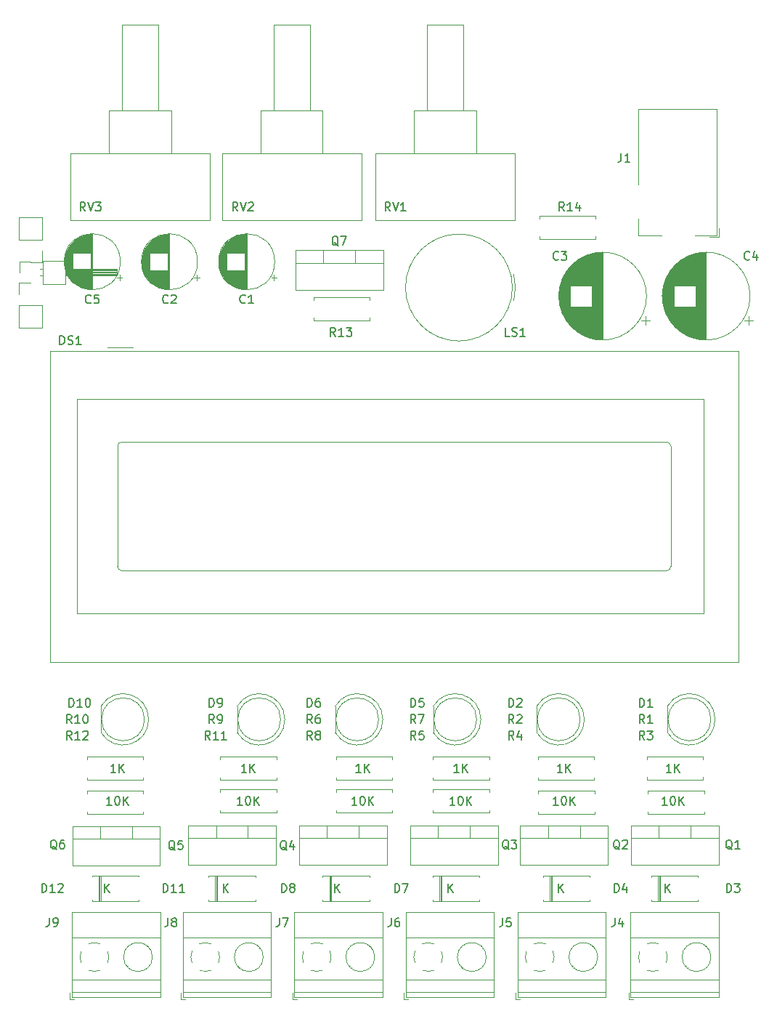
<source format=gbr>
G04 #@! TF.GenerationSoftware,KiCad,Pcbnew,(5.99.0-1109-gba7c8ed85)*
G04 #@! TF.CreationDate,2020-03-28T01:29:19-07:00*
G04 #@! TF.ProjectId,ventilator,76656e74-696c-4617-946f-722e6b696361,rev?*
G04 #@! TF.SameCoordinates,Original*
G04 #@! TF.FileFunction,Legend,Top*
G04 #@! TF.FilePolarity,Positive*
%FSLAX46Y46*%
G04 Gerber Fmt 4.6, Leading zero omitted, Abs format (unit mm)*
G04 Created by KiCad (PCBNEW (5.99.0-1109-gba7c8ed85)) date 2020-03-28 01:29:19*
%MOMM*%
%LPD*%
G01*
G04 APERTURE LIST*
%ADD10C,0.150000*%
%ADD11C,0.120000*%
G04 APERTURE END LIST*
D10*
X12009523Y-77287380D02*
X11438095Y-77287380D01*
X11723809Y-77287380D02*
X11723809Y-76287380D01*
X11628571Y-76430238D01*
X11533333Y-76525476D01*
X11438095Y-76573095D01*
X12628571Y-76287380D02*
X12723809Y-76287380D01*
X12819047Y-76335000D01*
X12866666Y-76382619D01*
X12914285Y-76477857D01*
X12961904Y-76668333D01*
X12961904Y-76906428D01*
X12914285Y-77096904D01*
X12866666Y-77192142D01*
X12819047Y-77239761D01*
X12723809Y-77287380D01*
X12628571Y-77287380D01*
X12533333Y-77239761D01*
X12485714Y-77192142D01*
X12438095Y-77096904D01*
X12390476Y-76906428D01*
X12390476Y-76668333D01*
X12438095Y-76477857D01*
X12485714Y-76382619D01*
X12533333Y-76335000D01*
X12628571Y-76287380D01*
X13390476Y-77287380D02*
X13390476Y-76287380D01*
X13961904Y-77287380D02*
X13533333Y-76715952D01*
X13961904Y-76287380D02*
X13390476Y-76858809D01*
X27249523Y-77287380D02*
X26678095Y-77287380D01*
X26963809Y-77287380D02*
X26963809Y-76287380D01*
X26868571Y-76430238D01*
X26773333Y-76525476D01*
X26678095Y-76573095D01*
X27868571Y-76287380D02*
X27963809Y-76287380D01*
X28059047Y-76335000D01*
X28106666Y-76382619D01*
X28154285Y-76477857D01*
X28201904Y-76668333D01*
X28201904Y-76906428D01*
X28154285Y-77096904D01*
X28106666Y-77192142D01*
X28059047Y-77239761D01*
X27963809Y-77287380D01*
X27868571Y-77287380D01*
X27773333Y-77239761D01*
X27725714Y-77192142D01*
X27678095Y-77096904D01*
X27630476Y-76906428D01*
X27630476Y-76668333D01*
X27678095Y-76477857D01*
X27725714Y-76382619D01*
X27773333Y-76335000D01*
X27868571Y-76287380D01*
X28630476Y-77287380D02*
X28630476Y-76287380D01*
X29201904Y-77287380D02*
X28773333Y-76715952D01*
X29201904Y-76287380D02*
X28630476Y-76858809D01*
X40584523Y-77287380D02*
X40013095Y-77287380D01*
X40298809Y-77287380D02*
X40298809Y-76287380D01*
X40203571Y-76430238D01*
X40108333Y-76525476D01*
X40013095Y-76573095D01*
X41203571Y-76287380D02*
X41298809Y-76287380D01*
X41394047Y-76335000D01*
X41441666Y-76382619D01*
X41489285Y-76477857D01*
X41536904Y-76668333D01*
X41536904Y-76906428D01*
X41489285Y-77096904D01*
X41441666Y-77192142D01*
X41394047Y-77239761D01*
X41298809Y-77287380D01*
X41203571Y-77287380D01*
X41108333Y-77239761D01*
X41060714Y-77192142D01*
X41013095Y-77096904D01*
X40965476Y-76906428D01*
X40965476Y-76668333D01*
X41013095Y-76477857D01*
X41060714Y-76382619D01*
X41108333Y-76335000D01*
X41203571Y-76287380D01*
X41965476Y-77287380D02*
X41965476Y-76287380D01*
X42536904Y-77287380D02*
X42108333Y-76715952D01*
X42536904Y-76287380D02*
X41965476Y-76858809D01*
X52014523Y-77287380D02*
X51443095Y-77287380D01*
X51728809Y-77287380D02*
X51728809Y-76287380D01*
X51633571Y-76430238D01*
X51538333Y-76525476D01*
X51443095Y-76573095D01*
X52633571Y-76287380D02*
X52728809Y-76287380D01*
X52824047Y-76335000D01*
X52871666Y-76382619D01*
X52919285Y-76477857D01*
X52966904Y-76668333D01*
X52966904Y-76906428D01*
X52919285Y-77096904D01*
X52871666Y-77192142D01*
X52824047Y-77239761D01*
X52728809Y-77287380D01*
X52633571Y-77287380D01*
X52538333Y-77239761D01*
X52490714Y-77192142D01*
X52443095Y-77096904D01*
X52395476Y-76906428D01*
X52395476Y-76668333D01*
X52443095Y-76477857D01*
X52490714Y-76382619D01*
X52538333Y-76335000D01*
X52633571Y-76287380D01*
X53395476Y-77287380D02*
X53395476Y-76287380D01*
X53966904Y-77287380D02*
X53538333Y-76715952D01*
X53966904Y-76287380D02*
X53395476Y-76858809D01*
X64079523Y-77287380D02*
X63508095Y-77287380D01*
X63793809Y-77287380D02*
X63793809Y-76287380D01*
X63698571Y-76430238D01*
X63603333Y-76525476D01*
X63508095Y-76573095D01*
X64698571Y-76287380D02*
X64793809Y-76287380D01*
X64889047Y-76335000D01*
X64936666Y-76382619D01*
X64984285Y-76477857D01*
X65031904Y-76668333D01*
X65031904Y-76906428D01*
X64984285Y-77096904D01*
X64936666Y-77192142D01*
X64889047Y-77239761D01*
X64793809Y-77287380D01*
X64698571Y-77287380D01*
X64603333Y-77239761D01*
X64555714Y-77192142D01*
X64508095Y-77096904D01*
X64460476Y-76906428D01*
X64460476Y-76668333D01*
X64508095Y-76477857D01*
X64555714Y-76382619D01*
X64603333Y-76335000D01*
X64698571Y-76287380D01*
X65460476Y-77287380D02*
X65460476Y-76287380D01*
X66031904Y-77287380D02*
X65603333Y-76715952D01*
X66031904Y-76287380D02*
X65460476Y-76858809D01*
X76779523Y-77287380D02*
X76208095Y-77287380D01*
X76493809Y-77287380D02*
X76493809Y-76287380D01*
X76398571Y-76430238D01*
X76303333Y-76525476D01*
X76208095Y-76573095D01*
X77398571Y-76287380D02*
X77493809Y-76287380D01*
X77589047Y-76335000D01*
X77636666Y-76382619D01*
X77684285Y-76477857D01*
X77731904Y-76668333D01*
X77731904Y-76906428D01*
X77684285Y-77096904D01*
X77636666Y-77192142D01*
X77589047Y-77239761D01*
X77493809Y-77287380D01*
X77398571Y-77287380D01*
X77303333Y-77239761D01*
X77255714Y-77192142D01*
X77208095Y-77096904D01*
X77160476Y-76906428D01*
X77160476Y-76668333D01*
X77208095Y-76477857D01*
X77255714Y-76382619D01*
X77303333Y-76335000D01*
X77398571Y-76287380D01*
X78160476Y-77287380D02*
X78160476Y-76287380D01*
X78731904Y-77287380D02*
X78303333Y-76715952D01*
X78731904Y-76287380D02*
X78160476Y-76858809D01*
X77255714Y-73477380D02*
X76684285Y-73477380D01*
X76970000Y-73477380D02*
X76970000Y-72477380D01*
X76874761Y-72620238D01*
X76779523Y-72715476D01*
X76684285Y-72763095D01*
X77684285Y-73477380D02*
X77684285Y-72477380D01*
X78255714Y-73477380D02*
X77827142Y-72905952D01*
X78255714Y-72477380D02*
X77684285Y-73048809D01*
X64555714Y-73477380D02*
X63984285Y-73477380D01*
X64270000Y-73477380D02*
X64270000Y-72477380D01*
X64174761Y-72620238D01*
X64079523Y-72715476D01*
X63984285Y-72763095D01*
X64984285Y-73477380D02*
X64984285Y-72477380D01*
X65555714Y-73477380D02*
X65127142Y-72905952D01*
X65555714Y-72477380D02*
X64984285Y-73048809D01*
X52490714Y-73477380D02*
X51919285Y-73477380D01*
X52205000Y-73477380D02*
X52205000Y-72477380D01*
X52109761Y-72620238D01*
X52014523Y-72715476D01*
X51919285Y-72763095D01*
X52919285Y-73477380D02*
X52919285Y-72477380D01*
X53490714Y-73477380D02*
X53062142Y-72905952D01*
X53490714Y-72477380D02*
X52919285Y-73048809D01*
X41060714Y-73477380D02*
X40489285Y-73477380D01*
X40775000Y-73477380D02*
X40775000Y-72477380D01*
X40679761Y-72620238D01*
X40584523Y-72715476D01*
X40489285Y-72763095D01*
X41489285Y-73477380D02*
X41489285Y-72477380D01*
X42060714Y-73477380D02*
X41632142Y-72905952D01*
X42060714Y-72477380D02*
X41489285Y-73048809D01*
X27725714Y-73477380D02*
X27154285Y-73477380D01*
X27440000Y-73477380D02*
X27440000Y-72477380D01*
X27344761Y-72620238D01*
X27249523Y-72715476D01*
X27154285Y-72763095D01*
X28154285Y-73477380D02*
X28154285Y-72477380D01*
X28725714Y-73477380D02*
X28297142Y-72905952D01*
X28725714Y-72477380D02*
X28154285Y-73048809D01*
X12485714Y-73477380D02*
X11914285Y-73477380D01*
X12200000Y-73477380D02*
X12200000Y-72477380D01*
X12104761Y-72620238D01*
X12009523Y-72715476D01*
X11914285Y-72763095D01*
X12914285Y-73477380D02*
X12914285Y-72477380D01*
X13485714Y-73477380D02*
X13057142Y-72905952D01*
X13485714Y-72477380D02*
X12914285Y-73048809D01*
D11*
X1270000Y-13970000D02*
X2540000Y-13970000D01*
X1270000Y-15240000D02*
X1270000Y-13970000D01*
X3650000Y-15620000D02*
X3980000Y-15620000D01*
X3650000Y-14860000D02*
X3980000Y-14860000D01*
X6640000Y-15520000D02*
X12640000Y-15520000D01*
X6640000Y-15400000D02*
X12640000Y-15400000D01*
X6640000Y-15280000D02*
X12640000Y-15280000D01*
X6640000Y-15160000D02*
X12640000Y-15160000D01*
X6640000Y-15040000D02*
X12640000Y-15040000D01*
X6640000Y-14920000D02*
X12640000Y-14920000D01*
X12640000Y-15620000D02*
X6640000Y-15620000D01*
X12640000Y-14860000D02*
X12640000Y-15620000D01*
X6640000Y-14860000D02*
X12640000Y-14860000D01*
X6640000Y-13910000D02*
X3980000Y-13910000D01*
X6640000Y-16570000D02*
X6640000Y-13910000D01*
X3980000Y-16570000D02*
X6640000Y-16570000D01*
X3980000Y-13910000D02*
X3980000Y-16570000D01*
X7160000Y-99900000D02*
X7660000Y-99900000D01*
X7160000Y-99160000D02*
X7160000Y-99900000D01*
X13853000Y-96023000D02*
X13806000Y-96069000D01*
X16150000Y-93725000D02*
X16115000Y-93761000D01*
X14046000Y-96239000D02*
X14011000Y-96274000D01*
X16355000Y-93931000D02*
X16308000Y-93977000D01*
X17680000Y-89739000D02*
X17680000Y-99660000D01*
X7400000Y-89739000D02*
X7400000Y-99660000D01*
X7400000Y-99660000D02*
X17680000Y-99660000D01*
X7400000Y-89739000D02*
X17680000Y-89739000D01*
X7400000Y-92699000D02*
X17680000Y-92699000D01*
X7400000Y-97600000D02*
X17680000Y-97600000D01*
X7400000Y-99100000D02*
X17680000Y-99100000D01*
X16760000Y-95000000D02*
G75*
G03*
X16760000Y-95000000I-1680000J0D01*
G01*
X10028805Y-96680253D02*
G75*
G02*
X9316000Y-96535000I-28805J1680253D01*
G01*
X8464574Y-95683042D02*
G75*
G02*
X8465000Y-94316000I1535426J683042D01*
G01*
X9316958Y-93464574D02*
G75*
G02*
X10684000Y-93465000I683042J-1535426D01*
G01*
X11535426Y-94316958D02*
G75*
G02*
X11535000Y-95684000I-1535426J-683042D01*
G01*
X10683318Y-96534756D02*
G75*
G02*
X10000000Y-96680000I-683318J1534756D01*
G01*
X20080000Y-99900000D02*
X20580000Y-99900000D01*
X20080000Y-99160000D02*
X20080000Y-99900000D01*
X26773000Y-96023000D02*
X26726000Y-96069000D01*
X29070000Y-93725000D02*
X29035000Y-93761000D01*
X26966000Y-96239000D02*
X26931000Y-96274000D01*
X29275000Y-93931000D02*
X29228000Y-93977000D01*
X30600000Y-89739000D02*
X30600000Y-99660000D01*
X20320000Y-89739000D02*
X20320000Y-99660000D01*
X20320000Y-99660000D02*
X30600000Y-99660000D01*
X20320000Y-89739000D02*
X30600000Y-89739000D01*
X20320000Y-92699000D02*
X30600000Y-92699000D01*
X20320000Y-97600000D02*
X30600000Y-97600000D01*
X20320000Y-99100000D02*
X30600000Y-99100000D01*
X29680000Y-95000000D02*
G75*
G03*
X29680000Y-95000000I-1680000J0D01*
G01*
X22948805Y-96680253D02*
G75*
G02*
X22236000Y-96535000I-28805J1680253D01*
G01*
X21384574Y-95683042D02*
G75*
G02*
X21385000Y-94316000I1535426J683042D01*
G01*
X22236958Y-93464574D02*
G75*
G02*
X23604000Y-93465000I683042J-1535426D01*
G01*
X24455426Y-94316958D02*
G75*
G02*
X24455000Y-95684000I-1535426J-683042D01*
G01*
X23603318Y-96534756D02*
G75*
G02*
X22920000Y-96680000I-683318J1534756D01*
G01*
X33080000Y-99900000D02*
X33580000Y-99900000D01*
X33080000Y-99160000D02*
X33080000Y-99900000D01*
X39773000Y-96023000D02*
X39726000Y-96069000D01*
X42070000Y-93725000D02*
X42035000Y-93761000D01*
X39966000Y-96239000D02*
X39931000Y-96274000D01*
X42275000Y-93931000D02*
X42228000Y-93977000D01*
X43600000Y-89739000D02*
X43600000Y-99660000D01*
X33320000Y-89739000D02*
X33320000Y-99660000D01*
X33320000Y-99660000D02*
X43600000Y-99660000D01*
X33320000Y-89739000D02*
X43600000Y-89739000D01*
X33320000Y-92699000D02*
X43600000Y-92699000D01*
X33320000Y-97600000D02*
X43600000Y-97600000D01*
X33320000Y-99100000D02*
X43600000Y-99100000D01*
X42680000Y-95000000D02*
G75*
G03*
X42680000Y-95000000I-1680000J0D01*
G01*
X35948805Y-96680253D02*
G75*
G02*
X35236000Y-96535000I-28805J1680253D01*
G01*
X34384574Y-95683042D02*
G75*
G02*
X34385000Y-94316000I1535426J683042D01*
G01*
X35236958Y-93464574D02*
G75*
G02*
X36604000Y-93465000I683042J-1535426D01*
G01*
X37455426Y-94316958D02*
G75*
G02*
X37455000Y-95684000I-1535426J-683042D01*
G01*
X36603318Y-96534756D02*
G75*
G02*
X35920000Y-96680000I-683318J1534756D01*
G01*
X46080000Y-99900000D02*
X46580000Y-99900000D01*
X46080000Y-99160000D02*
X46080000Y-99900000D01*
X52773000Y-96023000D02*
X52726000Y-96069000D01*
X55070000Y-93725000D02*
X55035000Y-93761000D01*
X52966000Y-96239000D02*
X52931000Y-96274000D01*
X55275000Y-93931000D02*
X55228000Y-93977000D01*
X56600000Y-89739000D02*
X56600000Y-99660000D01*
X46320000Y-89739000D02*
X46320000Y-99660000D01*
X46320000Y-99660000D02*
X56600000Y-99660000D01*
X46320000Y-89739000D02*
X56600000Y-89739000D01*
X46320000Y-92699000D02*
X56600000Y-92699000D01*
X46320000Y-97600000D02*
X56600000Y-97600000D01*
X46320000Y-99100000D02*
X56600000Y-99100000D01*
X55680000Y-95000000D02*
G75*
G03*
X55680000Y-95000000I-1680000J0D01*
G01*
X48948805Y-96680253D02*
G75*
G02*
X48236000Y-96535000I-28805J1680253D01*
G01*
X47384574Y-95683042D02*
G75*
G02*
X47385000Y-94316000I1535426J683042D01*
G01*
X48236958Y-93464574D02*
G75*
G02*
X49604000Y-93465000I683042J-1535426D01*
G01*
X50455426Y-94316958D02*
G75*
G02*
X50455000Y-95684000I-1535426J-683042D01*
G01*
X49603318Y-96534756D02*
G75*
G02*
X48920000Y-96680000I-683318J1534756D01*
G01*
X59080000Y-99900000D02*
X59580000Y-99900000D01*
X59080000Y-99160000D02*
X59080000Y-99900000D01*
X65773000Y-96023000D02*
X65726000Y-96069000D01*
X68070000Y-93725000D02*
X68035000Y-93761000D01*
X65966000Y-96239000D02*
X65931000Y-96274000D01*
X68275000Y-93931000D02*
X68228000Y-93977000D01*
X69600000Y-89739000D02*
X69600000Y-99660000D01*
X59320000Y-89739000D02*
X59320000Y-99660000D01*
X59320000Y-99660000D02*
X69600000Y-99660000D01*
X59320000Y-89739000D02*
X69600000Y-89739000D01*
X59320000Y-92699000D02*
X69600000Y-92699000D01*
X59320000Y-97600000D02*
X69600000Y-97600000D01*
X59320000Y-99100000D02*
X69600000Y-99100000D01*
X68680000Y-95000000D02*
G75*
G03*
X68680000Y-95000000I-1680000J0D01*
G01*
X61948805Y-96680253D02*
G75*
G02*
X61236000Y-96535000I-28805J1680253D01*
G01*
X60384574Y-95683042D02*
G75*
G02*
X60385000Y-94316000I1535426J683042D01*
G01*
X61236958Y-93464574D02*
G75*
G02*
X62604000Y-93465000I683042J-1535426D01*
G01*
X63455426Y-94316958D02*
G75*
G02*
X63455000Y-95684000I-1535426J-683042D01*
G01*
X62603318Y-96534756D02*
G75*
G02*
X61920000Y-96680000I-683318J1534756D01*
G01*
X72280000Y-99900000D02*
X72780000Y-99900000D01*
X72280000Y-99160000D02*
X72280000Y-99900000D01*
X78973000Y-96023000D02*
X78926000Y-96069000D01*
X81270000Y-93725000D02*
X81235000Y-93761000D01*
X79166000Y-96239000D02*
X79131000Y-96274000D01*
X81475000Y-93931000D02*
X81428000Y-93977000D01*
X82800000Y-89739000D02*
X82800000Y-99660000D01*
X72520000Y-89739000D02*
X72520000Y-99660000D01*
X72520000Y-99660000D02*
X82800000Y-99660000D01*
X72520000Y-89739000D02*
X82800000Y-89739000D01*
X72520000Y-92699000D02*
X82800000Y-92699000D01*
X72520000Y-97600000D02*
X82800000Y-97600000D01*
X72520000Y-99100000D02*
X82800000Y-99100000D01*
X81880000Y-95000000D02*
G75*
G03*
X81880000Y-95000000I-1680000J0D01*
G01*
X75148805Y-96680253D02*
G75*
G02*
X74436000Y-96535000I-28805J1680253D01*
G01*
X73584574Y-95683042D02*
G75*
G02*
X73585000Y-94316000I1535426J683042D01*
G01*
X74436958Y-93464574D02*
G75*
G02*
X75804000Y-93465000I683042J-1535426D01*
G01*
X76655426Y-94316958D02*
G75*
G02*
X76655000Y-95684000I-1535426J-683042D01*
G01*
X75803318Y-96534756D02*
G75*
G02*
X75120000Y-96680000I-683318J1534756D01*
G01*
X12935241Y-16154000D02*
X12935241Y-15524000D01*
X13250241Y-15839000D02*
X12620241Y-15839000D01*
X6509000Y-14402000D02*
X6509000Y-13598000D01*
X6549000Y-14633000D02*
X6549000Y-13367000D01*
X6589000Y-14802000D02*
X6589000Y-13198000D01*
X6629000Y-14940000D02*
X6629000Y-13060000D01*
X6669000Y-15059000D02*
X6669000Y-12941000D01*
X6709000Y-15165000D02*
X6709000Y-12835000D01*
X6749000Y-15262000D02*
X6749000Y-12738000D01*
X6789000Y-15350000D02*
X6789000Y-12650000D01*
X6829000Y-15432000D02*
X6829000Y-12568000D01*
X6869000Y-15509000D02*
X6869000Y-12491000D01*
X6909000Y-15581000D02*
X6909000Y-12419000D01*
X6949000Y-15650000D02*
X6949000Y-12350000D01*
X6989000Y-15714000D02*
X6989000Y-12286000D01*
X7029000Y-15776000D02*
X7029000Y-12224000D01*
X7069000Y-15834000D02*
X7069000Y-12166000D01*
X7109000Y-15890000D02*
X7109000Y-12110000D01*
X7149000Y-15944000D02*
X7149000Y-12056000D01*
X7189000Y-15995000D02*
X7189000Y-12005000D01*
X7229000Y-16044000D02*
X7229000Y-11956000D01*
X7269000Y-16092000D02*
X7269000Y-11908000D01*
X7309000Y-16137000D02*
X7309000Y-11863000D01*
X7349000Y-16182000D02*
X7349000Y-11818000D01*
X7389000Y-16224000D02*
X7389000Y-11776000D01*
X7429000Y-16265000D02*
X7429000Y-11735000D01*
X7469000Y-12960000D02*
X7469000Y-11695000D01*
X7469000Y-16305000D02*
X7469000Y-15040000D01*
X7509000Y-12960000D02*
X7509000Y-11657000D01*
X7509000Y-16343000D02*
X7509000Y-15040000D01*
X7549000Y-12960000D02*
X7549000Y-11620000D01*
X7549000Y-16380000D02*
X7549000Y-15040000D01*
X7589000Y-12960000D02*
X7589000Y-11584000D01*
X7589000Y-16416000D02*
X7589000Y-15040000D01*
X7629000Y-12960000D02*
X7629000Y-11550000D01*
X7629000Y-16450000D02*
X7629000Y-15040000D01*
X7669000Y-12960000D02*
X7669000Y-11516000D01*
X7669000Y-16484000D02*
X7669000Y-15040000D01*
X7709000Y-12960000D02*
X7709000Y-11484000D01*
X7709000Y-16516000D02*
X7709000Y-15040000D01*
X7749000Y-12960000D02*
X7749000Y-11452000D01*
X7749000Y-16548000D02*
X7749000Y-15040000D01*
X7789000Y-12960000D02*
X7789000Y-11422000D01*
X7789000Y-16578000D02*
X7789000Y-15040000D01*
X7829000Y-12960000D02*
X7829000Y-11393000D01*
X7829000Y-16607000D02*
X7829000Y-15040000D01*
X7869000Y-12960000D02*
X7869000Y-11364000D01*
X7869000Y-16636000D02*
X7869000Y-15040000D01*
X7909000Y-12960000D02*
X7909000Y-11336000D01*
X7909000Y-16664000D02*
X7909000Y-15040000D01*
X7949000Y-12960000D02*
X7949000Y-11310000D01*
X7949000Y-16690000D02*
X7949000Y-15040000D01*
X7989000Y-12960000D02*
X7989000Y-11284000D01*
X7989000Y-16716000D02*
X7989000Y-15040000D01*
X8029000Y-12960000D02*
X8029000Y-11258000D01*
X8029000Y-16742000D02*
X8029000Y-15040000D01*
X8069000Y-12960000D02*
X8069000Y-11234000D01*
X8069000Y-16766000D02*
X8069000Y-15040000D01*
X8109000Y-12960000D02*
X8109000Y-11210000D01*
X8109000Y-16790000D02*
X8109000Y-15040000D01*
X8149000Y-12960000D02*
X8149000Y-11188000D01*
X8149000Y-16812000D02*
X8149000Y-15040000D01*
X8189000Y-12960000D02*
X8189000Y-11166000D01*
X8189000Y-16834000D02*
X8189000Y-15040000D01*
X8229000Y-12960000D02*
X8229000Y-11144000D01*
X8229000Y-16856000D02*
X8229000Y-15040000D01*
X8269000Y-12960000D02*
X8269000Y-11124000D01*
X8269000Y-16876000D02*
X8269000Y-15040000D01*
X8309000Y-12960000D02*
X8309000Y-11104000D01*
X8309000Y-16896000D02*
X8309000Y-15040000D01*
X8349000Y-12960000D02*
X8349000Y-11084000D01*
X8349000Y-16916000D02*
X8349000Y-15040000D01*
X8389000Y-12960000D02*
X8389000Y-11066000D01*
X8389000Y-16934000D02*
X8389000Y-15040000D01*
X8429000Y-12960000D02*
X8429000Y-11048000D01*
X8429000Y-16952000D02*
X8429000Y-15040000D01*
X8469000Y-12960000D02*
X8469000Y-11030000D01*
X8469000Y-16970000D02*
X8469000Y-15040000D01*
X8509000Y-12960000D02*
X8509000Y-11014000D01*
X8509000Y-16986000D02*
X8509000Y-15040000D01*
X8549000Y-12960000D02*
X8549000Y-10998000D01*
X8549000Y-17002000D02*
X8549000Y-15040000D01*
X8589000Y-12960000D02*
X8589000Y-10982000D01*
X8589000Y-17018000D02*
X8589000Y-15040000D01*
X8629000Y-12960000D02*
X8629000Y-10967000D01*
X8629000Y-17033000D02*
X8629000Y-15040000D01*
X8669000Y-12960000D02*
X8669000Y-10953000D01*
X8669000Y-17047000D02*
X8669000Y-15040000D01*
X8709000Y-12960000D02*
X8709000Y-10939000D01*
X8709000Y-17061000D02*
X8709000Y-15040000D01*
X8749000Y-12960000D02*
X8749000Y-10926000D01*
X8749000Y-17074000D02*
X8749000Y-15040000D01*
X8789000Y-12960000D02*
X8789000Y-10914000D01*
X8789000Y-17086000D02*
X8789000Y-15040000D01*
X8829000Y-12960000D02*
X8829000Y-10902000D01*
X8829000Y-17098000D02*
X8829000Y-15040000D01*
X8869000Y-12960000D02*
X8869000Y-10890000D01*
X8869000Y-17110000D02*
X8869000Y-15040000D01*
X8909000Y-12960000D02*
X8909000Y-10879000D01*
X8909000Y-17121000D02*
X8909000Y-15040000D01*
X8949000Y-12960000D02*
X8949000Y-10869000D01*
X8949000Y-17131000D02*
X8949000Y-15040000D01*
X8989000Y-12960000D02*
X8989000Y-10859000D01*
X8989000Y-17141000D02*
X8989000Y-15040000D01*
X9029000Y-12960000D02*
X9029000Y-10850000D01*
X9029000Y-17150000D02*
X9029000Y-15040000D01*
X9070000Y-12960000D02*
X9070000Y-10841000D01*
X9070000Y-17159000D02*
X9070000Y-15040000D01*
X9110000Y-12960000D02*
X9110000Y-10833000D01*
X9110000Y-17167000D02*
X9110000Y-15040000D01*
X9150000Y-12960000D02*
X9150000Y-10825000D01*
X9150000Y-17175000D02*
X9150000Y-15040000D01*
X9190000Y-12960000D02*
X9190000Y-10818000D01*
X9190000Y-17182000D02*
X9190000Y-15040000D01*
X9230000Y-12960000D02*
X9230000Y-10811000D01*
X9230000Y-17189000D02*
X9230000Y-15040000D01*
X9270000Y-12960000D02*
X9270000Y-10805000D01*
X9270000Y-17195000D02*
X9270000Y-15040000D01*
X9310000Y-12960000D02*
X9310000Y-10799000D01*
X9310000Y-17201000D02*
X9310000Y-15040000D01*
X9350000Y-12960000D02*
X9350000Y-10794000D01*
X9350000Y-17206000D02*
X9350000Y-15040000D01*
X9390000Y-12960000D02*
X9390000Y-10789000D01*
X9390000Y-17211000D02*
X9390000Y-15040000D01*
X9430000Y-12960000D02*
X9430000Y-10785000D01*
X9430000Y-17215000D02*
X9430000Y-15040000D01*
X9470000Y-12960000D02*
X9470000Y-10782000D01*
X9470000Y-17218000D02*
X9470000Y-15040000D01*
X9510000Y-12960000D02*
X9510000Y-10778000D01*
X9510000Y-17222000D02*
X9510000Y-15040000D01*
X9550000Y-17224000D02*
X9550000Y-10776000D01*
X9590000Y-17227000D02*
X9590000Y-10773000D01*
X9630000Y-17228000D02*
X9630000Y-10772000D01*
X9670000Y-17230000D02*
X9670000Y-10770000D01*
X9710000Y-17230000D02*
X9710000Y-10770000D01*
X9750000Y-17230000D02*
X9750000Y-10770000D01*
X13020000Y-14000000D02*
G75*
G03*
X13020000Y-14000000I-3270000J0D01*
G01*
X21935241Y-16154000D02*
X21935241Y-15524000D01*
X22250241Y-15839000D02*
X21620241Y-15839000D01*
X15509000Y-14402000D02*
X15509000Y-13598000D01*
X15549000Y-14633000D02*
X15549000Y-13367000D01*
X15589000Y-14802000D02*
X15589000Y-13198000D01*
X15629000Y-14940000D02*
X15629000Y-13060000D01*
X15669000Y-15059000D02*
X15669000Y-12941000D01*
X15709000Y-15165000D02*
X15709000Y-12835000D01*
X15749000Y-15262000D02*
X15749000Y-12738000D01*
X15789000Y-15350000D02*
X15789000Y-12650000D01*
X15829000Y-15432000D02*
X15829000Y-12568000D01*
X15869000Y-15509000D02*
X15869000Y-12491000D01*
X15909000Y-15581000D02*
X15909000Y-12419000D01*
X15949000Y-15650000D02*
X15949000Y-12350000D01*
X15989000Y-15714000D02*
X15989000Y-12286000D01*
X16029000Y-15776000D02*
X16029000Y-12224000D01*
X16069000Y-15834000D02*
X16069000Y-12166000D01*
X16109000Y-15890000D02*
X16109000Y-12110000D01*
X16149000Y-15944000D02*
X16149000Y-12056000D01*
X16189000Y-15995000D02*
X16189000Y-12005000D01*
X16229000Y-16044000D02*
X16229000Y-11956000D01*
X16269000Y-16092000D02*
X16269000Y-11908000D01*
X16309000Y-16137000D02*
X16309000Y-11863000D01*
X16349000Y-16182000D02*
X16349000Y-11818000D01*
X16389000Y-16224000D02*
X16389000Y-11776000D01*
X16429000Y-16265000D02*
X16429000Y-11735000D01*
X16469000Y-12960000D02*
X16469000Y-11695000D01*
X16469000Y-16305000D02*
X16469000Y-15040000D01*
X16509000Y-12960000D02*
X16509000Y-11657000D01*
X16509000Y-16343000D02*
X16509000Y-15040000D01*
X16549000Y-12960000D02*
X16549000Y-11620000D01*
X16549000Y-16380000D02*
X16549000Y-15040000D01*
X16589000Y-12960000D02*
X16589000Y-11584000D01*
X16589000Y-16416000D02*
X16589000Y-15040000D01*
X16629000Y-12960000D02*
X16629000Y-11550000D01*
X16629000Y-16450000D02*
X16629000Y-15040000D01*
X16669000Y-12960000D02*
X16669000Y-11516000D01*
X16669000Y-16484000D02*
X16669000Y-15040000D01*
X16709000Y-12960000D02*
X16709000Y-11484000D01*
X16709000Y-16516000D02*
X16709000Y-15040000D01*
X16749000Y-12960000D02*
X16749000Y-11452000D01*
X16749000Y-16548000D02*
X16749000Y-15040000D01*
X16789000Y-12960000D02*
X16789000Y-11422000D01*
X16789000Y-16578000D02*
X16789000Y-15040000D01*
X16829000Y-12960000D02*
X16829000Y-11393000D01*
X16829000Y-16607000D02*
X16829000Y-15040000D01*
X16869000Y-12960000D02*
X16869000Y-11364000D01*
X16869000Y-16636000D02*
X16869000Y-15040000D01*
X16909000Y-12960000D02*
X16909000Y-11336000D01*
X16909000Y-16664000D02*
X16909000Y-15040000D01*
X16949000Y-12960000D02*
X16949000Y-11310000D01*
X16949000Y-16690000D02*
X16949000Y-15040000D01*
X16989000Y-12960000D02*
X16989000Y-11284000D01*
X16989000Y-16716000D02*
X16989000Y-15040000D01*
X17029000Y-12960000D02*
X17029000Y-11258000D01*
X17029000Y-16742000D02*
X17029000Y-15040000D01*
X17069000Y-12960000D02*
X17069000Y-11234000D01*
X17069000Y-16766000D02*
X17069000Y-15040000D01*
X17109000Y-12960000D02*
X17109000Y-11210000D01*
X17109000Y-16790000D02*
X17109000Y-15040000D01*
X17149000Y-12960000D02*
X17149000Y-11188000D01*
X17149000Y-16812000D02*
X17149000Y-15040000D01*
X17189000Y-12960000D02*
X17189000Y-11166000D01*
X17189000Y-16834000D02*
X17189000Y-15040000D01*
X17229000Y-12960000D02*
X17229000Y-11144000D01*
X17229000Y-16856000D02*
X17229000Y-15040000D01*
X17269000Y-12960000D02*
X17269000Y-11124000D01*
X17269000Y-16876000D02*
X17269000Y-15040000D01*
X17309000Y-12960000D02*
X17309000Y-11104000D01*
X17309000Y-16896000D02*
X17309000Y-15040000D01*
X17349000Y-12960000D02*
X17349000Y-11084000D01*
X17349000Y-16916000D02*
X17349000Y-15040000D01*
X17389000Y-12960000D02*
X17389000Y-11066000D01*
X17389000Y-16934000D02*
X17389000Y-15040000D01*
X17429000Y-12960000D02*
X17429000Y-11048000D01*
X17429000Y-16952000D02*
X17429000Y-15040000D01*
X17469000Y-12960000D02*
X17469000Y-11030000D01*
X17469000Y-16970000D02*
X17469000Y-15040000D01*
X17509000Y-12960000D02*
X17509000Y-11014000D01*
X17509000Y-16986000D02*
X17509000Y-15040000D01*
X17549000Y-12960000D02*
X17549000Y-10998000D01*
X17549000Y-17002000D02*
X17549000Y-15040000D01*
X17589000Y-12960000D02*
X17589000Y-10982000D01*
X17589000Y-17018000D02*
X17589000Y-15040000D01*
X17629000Y-12960000D02*
X17629000Y-10967000D01*
X17629000Y-17033000D02*
X17629000Y-15040000D01*
X17669000Y-12960000D02*
X17669000Y-10953000D01*
X17669000Y-17047000D02*
X17669000Y-15040000D01*
X17709000Y-12960000D02*
X17709000Y-10939000D01*
X17709000Y-17061000D02*
X17709000Y-15040000D01*
X17749000Y-12960000D02*
X17749000Y-10926000D01*
X17749000Y-17074000D02*
X17749000Y-15040000D01*
X17789000Y-12960000D02*
X17789000Y-10914000D01*
X17789000Y-17086000D02*
X17789000Y-15040000D01*
X17829000Y-12960000D02*
X17829000Y-10902000D01*
X17829000Y-17098000D02*
X17829000Y-15040000D01*
X17869000Y-12960000D02*
X17869000Y-10890000D01*
X17869000Y-17110000D02*
X17869000Y-15040000D01*
X17909000Y-12960000D02*
X17909000Y-10879000D01*
X17909000Y-17121000D02*
X17909000Y-15040000D01*
X17949000Y-12960000D02*
X17949000Y-10869000D01*
X17949000Y-17131000D02*
X17949000Y-15040000D01*
X17989000Y-12960000D02*
X17989000Y-10859000D01*
X17989000Y-17141000D02*
X17989000Y-15040000D01*
X18029000Y-12960000D02*
X18029000Y-10850000D01*
X18029000Y-17150000D02*
X18029000Y-15040000D01*
X18070000Y-12960000D02*
X18070000Y-10841000D01*
X18070000Y-17159000D02*
X18070000Y-15040000D01*
X18110000Y-12960000D02*
X18110000Y-10833000D01*
X18110000Y-17167000D02*
X18110000Y-15040000D01*
X18150000Y-12960000D02*
X18150000Y-10825000D01*
X18150000Y-17175000D02*
X18150000Y-15040000D01*
X18190000Y-12960000D02*
X18190000Y-10818000D01*
X18190000Y-17182000D02*
X18190000Y-15040000D01*
X18230000Y-12960000D02*
X18230000Y-10811000D01*
X18230000Y-17189000D02*
X18230000Y-15040000D01*
X18270000Y-12960000D02*
X18270000Y-10805000D01*
X18270000Y-17195000D02*
X18270000Y-15040000D01*
X18310000Y-12960000D02*
X18310000Y-10799000D01*
X18310000Y-17201000D02*
X18310000Y-15040000D01*
X18350000Y-12960000D02*
X18350000Y-10794000D01*
X18350000Y-17206000D02*
X18350000Y-15040000D01*
X18390000Y-12960000D02*
X18390000Y-10789000D01*
X18390000Y-17211000D02*
X18390000Y-15040000D01*
X18430000Y-12960000D02*
X18430000Y-10785000D01*
X18430000Y-17215000D02*
X18430000Y-15040000D01*
X18470000Y-12960000D02*
X18470000Y-10782000D01*
X18470000Y-17218000D02*
X18470000Y-15040000D01*
X18510000Y-12960000D02*
X18510000Y-10778000D01*
X18510000Y-17222000D02*
X18510000Y-15040000D01*
X18550000Y-17224000D02*
X18550000Y-10776000D01*
X18590000Y-17227000D02*
X18590000Y-10773000D01*
X18630000Y-17228000D02*
X18630000Y-10772000D01*
X18670000Y-17230000D02*
X18670000Y-10770000D01*
X18710000Y-17230000D02*
X18710000Y-10770000D01*
X18750000Y-17230000D02*
X18750000Y-10770000D01*
X22020000Y-14000000D02*
G75*
G03*
X22020000Y-14000000I-3270000J0D01*
G01*
X30935241Y-16154000D02*
X30935241Y-15524000D01*
X31250241Y-15839000D02*
X30620241Y-15839000D01*
X24509000Y-14402000D02*
X24509000Y-13598000D01*
X24549000Y-14633000D02*
X24549000Y-13367000D01*
X24589000Y-14802000D02*
X24589000Y-13198000D01*
X24629000Y-14940000D02*
X24629000Y-13060000D01*
X24669000Y-15059000D02*
X24669000Y-12941000D01*
X24709000Y-15165000D02*
X24709000Y-12835000D01*
X24749000Y-15262000D02*
X24749000Y-12738000D01*
X24789000Y-15350000D02*
X24789000Y-12650000D01*
X24829000Y-15432000D02*
X24829000Y-12568000D01*
X24869000Y-15509000D02*
X24869000Y-12491000D01*
X24909000Y-15581000D02*
X24909000Y-12419000D01*
X24949000Y-15650000D02*
X24949000Y-12350000D01*
X24989000Y-15714000D02*
X24989000Y-12286000D01*
X25029000Y-15776000D02*
X25029000Y-12224000D01*
X25069000Y-15834000D02*
X25069000Y-12166000D01*
X25109000Y-15890000D02*
X25109000Y-12110000D01*
X25149000Y-15944000D02*
X25149000Y-12056000D01*
X25189000Y-15995000D02*
X25189000Y-12005000D01*
X25229000Y-16044000D02*
X25229000Y-11956000D01*
X25269000Y-16092000D02*
X25269000Y-11908000D01*
X25309000Y-16137000D02*
X25309000Y-11863000D01*
X25349000Y-16182000D02*
X25349000Y-11818000D01*
X25389000Y-16224000D02*
X25389000Y-11776000D01*
X25429000Y-16265000D02*
X25429000Y-11735000D01*
X25469000Y-12960000D02*
X25469000Y-11695000D01*
X25469000Y-16305000D02*
X25469000Y-15040000D01*
X25509000Y-12960000D02*
X25509000Y-11657000D01*
X25509000Y-16343000D02*
X25509000Y-15040000D01*
X25549000Y-12960000D02*
X25549000Y-11620000D01*
X25549000Y-16380000D02*
X25549000Y-15040000D01*
X25589000Y-12960000D02*
X25589000Y-11584000D01*
X25589000Y-16416000D02*
X25589000Y-15040000D01*
X25629000Y-12960000D02*
X25629000Y-11550000D01*
X25629000Y-16450000D02*
X25629000Y-15040000D01*
X25669000Y-12960000D02*
X25669000Y-11516000D01*
X25669000Y-16484000D02*
X25669000Y-15040000D01*
X25709000Y-12960000D02*
X25709000Y-11484000D01*
X25709000Y-16516000D02*
X25709000Y-15040000D01*
X25749000Y-12960000D02*
X25749000Y-11452000D01*
X25749000Y-16548000D02*
X25749000Y-15040000D01*
X25789000Y-12960000D02*
X25789000Y-11422000D01*
X25789000Y-16578000D02*
X25789000Y-15040000D01*
X25829000Y-12960000D02*
X25829000Y-11393000D01*
X25829000Y-16607000D02*
X25829000Y-15040000D01*
X25869000Y-12960000D02*
X25869000Y-11364000D01*
X25869000Y-16636000D02*
X25869000Y-15040000D01*
X25909000Y-12960000D02*
X25909000Y-11336000D01*
X25909000Y-16664000D02*
X25909000Y-15040000D01*
X25949000Y-12960000D02*
X25949000Y-11310000D01*
X25949000Y-16690000D02*
X25949000Y-15040000D01*
X25989000Y-12960000D02*
X25989000Y-11284000D01*
X25989000Y-16716000D02*
X25989000Y-15040000D01*
X26029000Y-12960000D02*
X26029000Y-11258000D01*
X26029000Y-16742000D02*
X26029000Y-15040000D01*
X26069000Y-12960000D02*
X26069000Y-11234000D01*
X26069000Y-16766000D02*
X26069000Y-15040000D01*
X26109000Y-12960000D02*
X26109000Y-11210000D01*
X26109000Y-16790000D02*
X26109000Y-15040000D01*
X26149000Y-12960000D02*
X26149000Y-11188000D01*
X26149000Y-16812000D02*
X26149000Y-15040000D01*
X26189000Y-12960000D02*
X26189000Y-11166000D01*
X26189000Y-16834000D02*
X26189000Y-15040000D01*
X26229000Y-12960000D02*
X26229000Y-11144000D01*
X26229000Y-16856000D02*
X26229000Y-15040000D01*
X26269000Y-12960000D02*
X26269000Y-11124000D01*
X26269000Y-16876000D02*
X26269000Y-15040000D01*
X26309000Y-12960000D02*
X26309000Y-11104000D01*
X26309000Y-16896000D02*
X26309000Y-15040000D01*
X26349000Y-12960000D02*
X26349000Y-11084000D01*
X26349000Y-16916000D02*
X26349000Y-15040000D01*
X26389000Y-12960000D02*
X26389000Y-11066000D01*
X26389000Y-16934000D02*
X26389000Y-15040000D01*
X26429000Y-12960000D02*
X26429000Y-11048000D01*
X26429000Y-16952000D02*
X26429000Y-15040000D01*
X26469000Y-12960000D02*
X26469000Y-11030000D01*
X26469000Y-16970000D02*
X26469000Y-15040000D01*
X26509000Y-12960000D02*
X26509000Y-11014000D01*
X26509000Y-16986000D02*
X26509000Y-15040000D01*
X26549000Y-12960000D02*
X26549000Y-10998000D01*
X26549000Y-17002000D02*
X26549000Y-15040000D01*
X26589000Y-12960000D02*
X26589000Y-10982000D01*
X26589000Y-17018000D02*
X26589000Y-15040000D01*
X26629000Y-12960000D02*
X26629000Y-10967000D01*
X26629000Y-17033000D02*
X26629000Y-15040000D01*
X26669000Y-12960000D02*
X26669000Y-10953000D01*
X26669000Y-17047000D02*
X26669000Y-15040000D01*
X26709000Y-12960000D02*
X26709000Y-10939000D01*
X26709000Y-17061000D02*
X26709000Y-15040000D01*
X26749000Y-12960000D02*
X26749000Y-10926000D01*
X26749000Y-17074000D02*
X26749000Y-15040000D01*
X26789000Y-12960000D02*
X26789000Y-10914000D01*
X26789000Y-17086000D02*
X26789000Y-15040000D01*
X26829000Y-12960000D02*
X26829000Y-10902000D01*
X26829000Y-17098000D02*
X26829000Y-15040000D01*
X26869000Y-12960000D02*
X26869000Y-10890000D01*
X26869000Y-17110000D02*
X26869000Y-15040000D01*
X26909000Y-12960000D02*
X26909000Y-10879000D01*
X26909000Y-17121000D02*
X26909000Y-15040000D01*
X26949000Y-12960000D02*
X26949000Y-10869000D01*
X26949000Y-17131000D02*
X26949000Y-15040000D01*
X26989000Y-12960000D02*
X26989000Y-10859000D01*
X26989000Y-17141000D02*
X26989000Y-15040000D01*
X27029000Y-12960000D02*
X27029000Y-10850000D01*
X27029000Y-17150000D02*
X27029000Y-15040000D01*
X27070000Y-12960000D02*
X27070000Y-10841000D01*
X27070000Y-17159000D02*
X27070000Y-15040000D01*
X27110000Y-12960000D02*
X27110000Y-10833000D01*
X27110000Y-17167000D02*
X27110000Y-15040000D01*
X27150000Y-12960000D02*
X27150000Y-10825000D01*
X27150000Y-17175000D02*
X27150000Y-15040000D01*
X27190000Y-12960000D02*
X27190000Y-10818000D01*
X27190000Y-17182000D02*
X27190000Y-15040000D01*
X27230000Y-12960000D02*
X27230000Y-10811000D01*
X27230000Y-17189000D02*
X27230000Y-15040000D01*
X27270000Y-12960000D02*
X27270000Y-10805000D01*
X27270000Y-17195000D02*
X27270000Y-15040000D01*
X27310000Y-12960000D02*
X27310000Y-10799000D01*
X27310000Y-17201000D02*
X27310000Y-15040000D01*
X27350000Y-12960000D02*
X27350000Y-10794000D01*
X27350000Y-17206000D02*
X27350000Y-15040000D01*
X27390000Y-12960000D02*
X27390000Y-10789000D01*
X27390000Y-17211000D02*
X27390000Y-15040000D01*
X27430000Y-12960000D02*
X27430000Y-10785000D01*
X27430000Y-17215000D02*
X27430000Y-15040000D01*
X27470000Y-12960000D02*
X27470000Y-10782000D01*
X27470000Y-17218000D02*
X27470000Y-15040000D01*
X27510000Y-12960000D02*
X27510000Y-10778000D01*
X27510000Y-17222000D02*
X27510000Y-15040000D01*
X27550000Y-17224000D02*
X27550000Y-10776000D01*
X27590000Y-17227000D02*
X27590000Y-10773000D01*
X27630000Y-17228000D02*
X27630000Y-10772000D01*
X27670000Y-17230000D02*
X27670000Y-10770000D01*
X27710000Y-17230000D02*
X27710000Y-10770000D01*
X27750000Y-17230000D02*
X27750000Y-10770000D01*
X31020000Y-14000000D02*
G75*
G03*
X31020000Y-14000000I-3270000J0D01*
G01*
X3870000Y-14030000D02*
X2540000Y-14030000D01*
X3870000Y-12700000D02*
X3870000Y-14030000D01*
X3870000Y-11430000D02*
X1210000Y-11430000D01*
X1210000Y-11430000D02*
X1210000Y-8830000D01*
X3870000Y-11430000D02*
X3870000Y-8830000D01*
X3870000Y-8830000D02*
X1210000Y-8830000D01*
X1210000Y-16450000D02*
X2540000Y-16450000D01*
X1210000Y-17780000D02*
X1210000Y-16450000D01*
X1210000Y-19050000D02*
X3870000Y-19050000D01*
X3870000Y-19050000D02*
X3870000Y-21650000D01*
X1210000Y-19050000D02*
X1210000Y-21650000D01*
X1210000Y-21650000D02*
X3870000Y-21650000D01*
X82600000Y-10900000D02*
X80000000Y-10900000D01*
X82600000Y3800000D02*
X82600000Y-10900000D01*
X73400000Y-10900000D02*
X73400000Y-9000000D01*
X76100000Y-10900000D02*
X73400000Y-10900000D01*
X73400000Y3800000D02*
X82600000Y3800000D01*
X73400000Y-5000000D02*
X73400000Y3800000D01*
X82800000Y-10050000D02*
X82800000Y-11100000D01*
X81750000Y-11100000D02*
X82800000Y-11100000D01*
X9165000Y-75960000D02*
X9165000Y-75630000D01*
X9165000Y-75630000D02*
X15705000Y-75630000D01*
X15705000Y-75630000D02*
X15705000Y-75960000D01*
X9165000Y-78040000D02*
X9165000Y-78370000D01*
X9165000Y-78370000D02*
X15705000Y-78370000D01*
X15705000Y-78370000D02*
X15705000Y-78040000D01*
X15705000Y-74065000D02*
X15705000Y-74395000D01*
X15705000Y-74395000D02*
X9165000Y-74395000D01*
X9165000Y-74395000D02*
X9165000Y-74065000D01*
X15705000Y-71985000D02*
X15705000Y-71655000D01*
X15705000Y-71655000D02*
X9165000Y-71655000D01*
X9165000Y-71655000D02*
X9165000Y-71985000D01*
X7420000Y-79730000D02*
X17660000Y-79730000D01*
X7420000Y-84371000D02*
X17660000Y-84371000D01*
X7420000Y-79730000D02*
X7420000Y-84371000D01*
X17660000Y-79730000D02*
X17660000Y-84371000D01*
X7420000Y-81240000D02*
X17660000Y-81240000D01*
X10690000Y-79730000D02*
X10690000Y-81240000D01*
X14391000Y-79730000D02*
X14391000Y-81240000D01*
X9715000Y-85655000D02*
X9715000Y-85525000D01*
X9715000Y-85525000D02*
X15155000Y-85525000D01*
X15155000Y-85525000D02*
X15155000Y-85655000D01*
X9715000Y-88335000D02*
X9715000Y-88465000D01*
X9715000Y-88465000D02*
X15155000Y-88465000D01*
X15155000Y-88465000D02*
X15155000Y-88335000D01*
X10615000Y-85525000D02*
X10615000Y-88465000D01*
X10735000Y-85525000D02*
X10735000Y-88465000D01*
X10495000Y-85525000D02*
X10495000Y-88465000D01*
X16325000Y-67310462D02*
G75*
G03*
X10775000Y-65765170I-2990000J462D01*
G01*
X16325000Y-67309538D02*
G75*
G02*
X10775000Y-68854830I-2990000J-462D01*
G01*
X15835000Y-67310000D02*
G75*
G03*
X15835000Y-67310000I-2500000J0D01*
G01*
X10775000Y-65765000D02*
X10775000Y-68855000D01*
X86440000Y-18000000D02*
G75*
G03*
X86440000Y-18000000I-5120000J0D01*
G01*
X81320000Y-23080000D02*
X81320000Y-12920000D01*
X81280000Y-23080000D02*
X81280000Y-12920000D01*
X81240000Y-23080000D02*
X81240000Y-12920000D01*
X81200000Y-23079000D02*
X81200000Y-12921000D01*
X81160000Y-23078000D02*
X81160000Y-12922000D01*
X81120000Y-23077000D02*
X81120000Y-12923000D01*
X81080000Y-23075000D02*
X81080000Y-12925000D01*
X81040000Y-23073000D02*
X81040000Y-12927000D01*
X81000000Y-23070000D02*
X81000000Y-12930000D01*
X80960000Y-23068000D02*
X80960000Y-12932000D01*
X80920000Y-23065000D02*
X80920000Y-12935000D01*
X80880000Y-23062000D02*
X80880000Y-12938000D01*
X80840000Y-23058000D02*
X80840000Y-12942000D01*
X80800000Y-23054000D02*
X80800000Y-12946000D01*
X80760000Y-23050000D02*
X80760000Y-12950000D01*
X80720000Y-23045000D02*
X80720000Y-12955000D01*
X80680000Y-23040000D02*
X80680000Y-12960000D01*
X80640000Y-23035000D02*
X80640000Y-12965000D01*
X80599000Y-23030000D02*
X80599000Y-12970000D01*
X80559000Y-23024000D02*
X80559000Y-12976000D01*
X80519000Y-23018000D02*
X80519000Y-12982000D01*
X80479000Y-23011000D02*
X80479000Y-12989000D01*
X80439000Y-23004000D02*
X80439000Y-12996000D01*
X80399000Y-22997000D02*
X80399000Y-13003000D01*
X80359000Y-22990000D02*
X80359000Y-13010000D01*
X80319000Y-22982000D02*
X80319000Y-13018000D01*
X80279000Y-22974000D02*
X80279000Y-13026000D01*
X80239000Y-22965000D02*
X80239000Y-13035000D01*
X80199000Y-22956000D02*
X80199000Y-13044000D01*
X80159000Y-22947000D02*
X80159000Y-13053000D01*
X80119000Y-22938000D02*
X80119000Y-13062000D01*
X80079000Y-22928000D02*
X80079000Y-13072000D01*
X80039000Y-22918000D02*
X80039000Y-19241000D01*
X80039000Y-16759000D02*
X80039000Y-13082000D01*
X79999000Y-22907000D02*
X79999000Y-19241000D01*
X79999000Y-16759000D02*
X79999000Y-13093000D01*
X79959000Y-22897000D02*
X79959000Y-19241000D01*
X79959000Y-16759000D02*
X79959000Y-13103000D01*
X79919000Y-22885000D02*
X79919000Y-19241000D01*
X79919000Y-16759000D02*
X79919000Y-13115000D01*
X79879000Y-22874000D02*
X79879000Y-19241000D01*
X79879000Y-16759000D02*
X79879000Y-13126000D01*
X79839000Y-22862000D02*
X79839000Y-19241000D01*
X79839000Y-16759000D02*
X79839000Y-13138000D01*
X79799000Y-22850000D02*
X79799000Y-19241000D01*
X79799000Y-16759000D02*
X79799000Y-13150000D01*
X79759000Y-22837000D02*
X79759000Y-19241000D01*
X79759000Y-16759000D02*
X79759000Y-13163000D01*
X79719000Y-22824000D02*
X79719000Y-19241000D01*
X79719000Y-16759000D02*
X79719000Y-13176000D01*
X79679000Y-22811000D02*
X79679000Y-19241000D01*
X79679000Y-16759000D02*
X79679000Y-13189000D01*
X79639000Y-22797000D02*
X79639000Y-19241000D01*
X79639000Y-16759000D02*
X79639000Y-13203000D01*
X79599000Y-22783000D02*
X79599000Y-19241000D01*
X79599000Y-16759000D02*
X79599000Y-13217000D01*
X79559000Y-22768000D02*
X79559000Y-19241000D01*
X79559000Y-16759000D02*
X79559000Y-13232000D01*
X79519000Y-22754000D02*
X79519000Y-19241000D01*
X79519000Y-16759000D02*
X79519000Y-13246000D01*
X79479000Y-22738000D02*
X79479000Y-19241000D01*
X79479000Y-16759000D02*
X79479000Y-13262000D01*
X79439000Y-22723000D02*
X79439000Y-19241000D01*
X79439000Y-16759000D02*
X79439000Y-13277000D01*
X79399000Y-22707000D02*
X79399000Y-19241000D01*
X79399000Y-16759000D02*
X79399000Y-13293000D01*
X79359000Y-22690000D02*
X79359000Y-19241000D01*
X79359000Y-16759000D02*
X79359000Y-13310000D01*
X79319000Y-22674000D02*
X79319000Y-19241000D01*
X79319000Y-16759000D02*
X79319000Y-13326000D01*
X79279000Y-22657000D02*
X79279000Y-19241000D01*
X79279000Y-16759000D02*
X79279000Y-13343000D01*
X79239000Y-22639000D02*
X79239000Y-19241000D01*
X79239000Y-16759000D02*
X79239000Y-13361000D01*
X79199000Y-22621000D02*
X79199000Y-19241000D01*
X79199000Y-16759000D02*
X79199000Y-13379000D01*
X79159000Y-22603000D02*
X79159000Y-19241000D01*
X79159000Y-16759000D02*
X79159000Y-13397000D01*
X79119000Y-22584000D02*
X79119000Y-19241000D01*
X79119000Y-16759000D02*
X79119000Y-13416000D01*
X79079000Y-22564000D02*
X79079000Y-19241000D01*
X79079000Y-16759000D02*
X79079000Y-13436000D01*
X79039000Y-22545000D02*
X79039000Y-19241000D01*
X79039000Y-16759000D02*
X79039000Y-13455000D01*
X78999000Y-22525000D02*
X78999000Y-19241000D01*
X78999000Y-16759000D02*
X78999000Y-13475000D01*
X78959000Y-22504000D02*
X78959000Y-19241000D01*
X78959000Y-16759000D02*
X78959000Y-13496000D01*
X78919000Y-22483000D02*
X78919000Y-19241000D01*
X78919000Y-16759000D02*
X78919000Y-13517000D01*
X78879000Y-22462000D02*
X78879000Y-19241000D01*
X78879000Y-16759000D02*
X78879000Y-13538000D01*
X78839000Y-22440000D02*
X78839000Y-19241000D01*
X78839000Y-16759000D02*
X78839000Y-13560000D01*
X78799000Y-22417000D02*
X78799000Y-19241000D01*
X78799000Y-16759000D02*
X78799000Y-13583000D01*
X78759000Y-22395000D02*
X78759000Y-19241000D01*
X78759000Y-16759000D02*
X78759000Y-13605000D01*
X78719000Y-22371000D02*
X78719000Y-19241000D01*
X78719000Y-16759000D02*
X78719000Y-13629000D01*
X78679000Y-22347000D02*
X78679000Y-19241000D01*
X78679000Y-16759000D02*
X78679000Y-13653000D01*
X78639000Y-22323000D02*
X78639000Y-19241000D01*
X78639000Y-16759000D02*
X78639000Y-13677000D01*
X78599000Y-22298000D02*
X78599000Y-19241000D01*
X78599000Y-16759000D02*
X78599000Y-13702000D01*
X78559000Y-22273000D02*
X78559000Y-19241000D01*
X78559000Y-16759000D02*
X78559000Y-13727000D01*
X78519000Y-22247000D02*
X78519000Y-19241000D01*
X78519000Y-16759000D02*
X78519000Y-13753000D01*
X78479000Y-22221000D02*
X78479000Y-19241000D01*
X78479000Y-16759000D02*
X78479000Y-13779000D01*
X78439000Y-22194000D02*
X78439000Y-19241000D01*
X78439000Y-16759000D02*
X78439000Y-13806000D01*
X78399000Y-22166000D02*
X78399000Y-19241000D01*
X78399000Y-16759000D02*
X78399000Y-13834000D01*
X78359000Y-22138000D02*
X78359000Y-19241000D01*
X78359000Y-16759000D02*
X78359000Y-13862000D01*
X78319000Y-22110000D02*
X78319000Y-19241000D01*
X78319000Y-16759000D02*
X78319000Y-13890000D01*
X78279000Y-22080000D02*
X78279000Y-19241000D01*
X78279000Y-16759000D02*
X78279000Y-13920000D01*
X78239000Y-22050000D02*
X78239000Y-19241000D01*
X78239000Y-16759000D02*
X78239000Y-13950000D01*
X78199000Y-22020000D02*
X78199000Y-19241000D01*
X78199000Y-16759000D02*
X78199000Y-13980000D01*
X78159000Y-21989000D02*
X78159000Y-19241000D01*
X78159000Y-16759000D02*
X78159000Y-14011000D01*
X78119000Y-21957000D02*
X78119000Y-19241000D01*
X78119000Y-16759000D02*
X78119000Y-14043000D01*
X78079000Y-21925000D02*
X78079000Y-19241000D01*
X78079000Y-16759000D02*
X78079000Y-14075000D01*
X78039000Y-21892000D02*
X78039000Y-19241000D01*
X78039000Y-16759000D02*
X78039000Y-14108000D01*
X77999000Y-21858000D02*
X77999000Y-19241000D01*
X77999000Y-16759000D02*
X77999000Y-14142000D01*
X77959000Y-21824000D02*
X77959000Y-19241000D01*
X77959000Y-16759000D02*
X77959000Y-14176000D01*
X77919000Y-21789000D02*
X77919000Y-19241000D01*
X77919000Y-16759000D02*
X77919000Y-14211000D01*
X77879000Y-21753000D02*
X77879000Y-19241000D01*
X77879000Y-16759000D02*
X77879000Y-14247000D01*
X77839000Y-21716000D02*
X77839000Y-19241000D01*
X77839000Y-16759000D02*
X77839000Y-14284000D01*
X77799000Y-21679000D02*
X77799000Y-19241000D01*
X77799000Y-16759000D02*
X77799000Y-14321000D01*
X77759000Y-21640000D02*
X77759000Y-19241000D01*
X77759000Y-16759000D02*
X77759000Y-14360000D01*
X77719000Y-21601000D02*
X77719000Y-19241000D01*
X77719000Y-16759000D02*
X77719000Y-14399000D01*
X77679000Y-21561000D02*
X77679000Y-19241000D01*
X77679000Y-16759000D02*
X77679000Y-14439000D01*
X77639000Y-21520000D02*
X77639000Y-19241000D01*
X77639000Y-16759000D02*
X77639000Y-14480000D01*
X77599000Y-21478000D02*
X77599000Y-19241000D01*
X77599000Y-16759000D02*
X77599000Y-14522000D01*
X77559000Y-21436000D02*
X77559000Y-14564000D01*
X77519000Y-21392000D02*
X77519000Y-14608000D01*
X77479000Y-21347000D02*
X77479000Y-14653000D01*
X77439000Y-21301000D02*
X77439000Y-14699000D01*
X77399000Y-21254000D02*
X77399000Y-14746000D01*
X77359000Y-21206000D02*
X77359000Y-14794000D01*
X77319000Y-21156000D02*
X77319000Y-14844000D01*
X77279000Y-21106000D02*
X77279000Y-14894000D01*
X77239000Y-21054000D02*
X77239000Y-14946000D01*
X77199000Y-21000000D02*
X77199000Y-15000000D01*
X77159000Y-20945000D02*
X77159000Y-15055000D01*
X77119000Y-20889000D02*
X77119000Y-15111000D01*
X77079000Y-20830000D02*
X77079000Y-15170000D01*
X77039000Y-20770000D02*
X77039000Y-15230000D01*
X76999000Y-20709000D02*
X76999000Y-15291000D01*
X76959000Y-20645000D02*
X76959000Y-15355000D01*
X76919000Y-20579000D02*
X76919000Y-15421000D01*
X76879000Y-20510000D02*
X76879000Y-15490000D01*
X76839000Y-20439000D02*
X76839000Y-15561000D01*
X76799000Y-20365000D02*
X76799000Y-15635000D01*
X76759000Y-20289000D02*
X76759000Y-15711000D01*
X76719000Y-20209000D02*
X76719000Y-15791000D01*
X76679000Y-20125000D02*
X76679000Y-15875000D01*
X76639000Y-20037000D02*
X76639000Y-15963000D01*
X76599000Y-19944000D02*
X76599000Y-16056000D01*
X76559000Y-19846000D02*
X76559000Y-16154000D01*
X76519000Y-19742000D02*
X76519000Y-16258000D01*
X76479000Y-19630000D02*
X76479000Y-16370000D01*
X76439000Y-19510000D02*
X76439000Y-16490000D01*
X76399000Y-19378000D02*
X76399000Y-16622000D01*
X76359000Y-19230000D02*
X76359000Y-16770000D01*
X76319000Y-19062000D02*
X76319000Y-16938000D01*
X76279000Y-18862000D02*
X76279000Y-17138000D01*
X76239000Y-18599000D02*
X76239000Y-17401000D01*
X86799646Y-20875000D02*
X85799646Y-20875000D01*
X86299646Y-21375000D02*
X86299646Y-20375000D01*
X74375000Y-18000000D02*
G75*
G03*
X74375000Y-18000000I-5120000J0D01*
G01*
X69255000Y-23080000D02*
X69255000Y-12920000D01*
X69215000Y-23080000D02*
X69215000Y-12920000D01*
X69175000Y-23080000D02*
X69175000Y-12920000D01*
X69135000Y-23079000D02*
X69135000Y-12921000D01*
X69095000Y-23078000D02*
X69095000Y-12922000D01*
X69055000Y-23077000D02*
X69055000Y-12923000D01*
X69015000Y-23075000D02*
X69015000Y-12925000D01*
X68975000Y-23073000D02*
X68975000Y-12927000D01*
X68935000Y-23070000D02*
X68935000Y-12930000D01*
X68895000Y-23068000D02*
X68895000Y-12932000D01*
X68855000Y-23065000D02*
X68855000Y-12935000D01*
X68815000Y-23062000D02*
X68815000Y-12938000D01*
X68775000Y-23058000D02*
X68775000Y-12942000D01*
X68735000Y-23054000D02*
X68735000Y-12946000D01*
X68695000Y-23050000D02*
X68695000Y-12950000D01*
X68655000Y-23045000D02*
X68655000Y-12955000D01*
X68615000Y-23040000D02*
X68615000Y-12960000D01*
X68575000Y-23035000D02*
X68575000Y-12965000D01*
X68534000Y-23030000D02*
X68534000Y-12970000D01*
X68494000Y-23024000D02*
X68494000Y-12976000D01*
X68454000Y-23018000D02*
X68454000Y-12982000D01*
X68414000Y-23011000D02*
X68414000Y-12989000D01*
X68374000Y-23004000D02*
X68374000Y-12996000D01*
X68334000Y-22997000D02*
X68334000Y-13003000D01*
X68294000Y-22990000D02*
X68294000Y-13010000D01*
X68254000Y-22982000D02*
X68254000Y-13018000D01*
X68214000Y-22974000D02*
X68214000Y-13026000D01*
X68174000Y-22965000D02*
X68174000Y-13035000D01*
X68134000Y-22956000D02*
X68134000Y-13044000D01*
X68094000Y-22947000D02*
X68094000Y-13053000D01*
X68054000Y-22938000D02*
X68054000Y-13062000D01*
X68014000Y-22928000D02*
X68014000Y-13072000D01*
X67974000Y-22918000D02*
X67974000Y-19241000D01*
X67974000Y-16759000D02*
X67974000Y-13082000D01*
X67934000Y-22907000D02*
X67934000Y-19241000D01*
X67934000Y-16759000D02*
X67934000Y-13093000D01*
X67894000Y-22897000D02*
X67894000Y-19241000D01*
X67894000Y-16759000D02*
X67894000Y-13103000D01*
X67854000Y-22885000D02*
X67854000Y-19241000D01*
X67854000Y-16759000D02*
X67854000Y-13115000D01*
X67814000Y-22874000D02*
X67814000Y-19241000D01*
X67814000Y-16759000D02*
X67814000Y-13126000D01*
X67774000Y-22862000D02*
X67774000Y-19241000D01*
X67774000Y-16759000D02*
X67774000Y-13138000D01*
X67734000Y-22850000D02*
X67734000Y-19241000D01*
X67734000Y-16759000D02*
X67734000Y-13150000D01*
X67694000Y-22837000D02*
X67694000Y-19241000D01*
X67694000Y-16759000D02*
X67694000Y-13163000D01*
X67654000Y-22824000D02*
X67654000Y-19241000D01*
X67654000Y-16759000D02*
X67654000Y-13176000D01*
X67614000Y-22811000D02*
X67614000Y-19241000D01*
X67614000Y-16759000D02*
X67614000Y-13189000D01*
X67574000Y-22797000D02*
X67574000Y-19241000D01*
X67574000Y-16759000D02*
X67574000Y-13203000D01*
X67534000Y-22783000D02*
X67534000Y-19241000D01*
X67534000Y-16759000D02*
X67534000Y-13217000D01*
X67494000Y-22768000D02*
X67494000Y-19241000D01*
X67494000Y-16759000D02*
X67494000Y-13232000D01*
X67454000Y-22754000D02*
X67454000Y-19241000D01*
X67454000Y-16759000D02*
X67454000Y-13246000D01*
X67414000Y-22738000D02*
X67414000Y-19241000D01*
X67414000Y-16759000D02*
X67414000Y-13262000D01*
X67374000Y-22723000D02*
X67374000Y-19241000D01*
X67374000Y-16759000D02*
X67374000Y-13277000D01*
X67334000Y-22707000D02*
X67334000Y-19241000D01*
X67334000Y-16759000D02*
X67334000Y-13293000D01*
X67294000Y-22690000D02*
X67294000Y-19241000D01*
X67294000Y-16759000D02*
X67294000Y-13310000D01*
X67254000Y-22674000D02*
X67254000Y-19241000D01*
X67254000Y-16759000D02*
X67254000Y-13326000D01*
X67214000Y-22657000D02*
X67214000Y-19241000D01*
X67214000Y-16759000D02*
X67214000Y-13343000D01*
X67174000Y-22639000D02*
X67174000Y-19241000D01*
X67174000Y-16759000D02*
X67174000Y-13361000D01*
X67134000Y-22621000D02*
X67134000Y-19241000D01*
X67134000Y-16759000D02*
X67134000Y-13379000D01*
X67094000Y-22603000D02*
X67094000Y-19241000D01*
X67094000Y-16759000D02*
X67094000Y-13397000D01*
X67054000Y-22584000D02*
X67054000Y-19241000D01*
X67054000Y-16759000D02*
X67054000Y-13416000D01*
X67014000Y-22564000D02*
X67014000Y-19241000D01*
X67014000Y-16759000D02*
X67014000Y-13436000D01*
X66974000Y-22545000D02*
X66974000Y-19241000D01*
X66974000Y-16759000D02*
X66974000Y-13455000D01*
X66934000Y-22525000D02*
X66934000Y-19241000D01*
X66934000Y-16759000D02*
X66934000Y-13475000D01*
X66894000Y-22504000D02*
X66894000Y-19241000D01*
X66894000Y-16759000D02*
X66894000Y-13496000D01*
X66854000Y-22483000D02*
X66854000Y-19241000D01*
X66854000Y-16759000D02*
X66854000Y-13517000D01*
X66814000Y-22462000D02*
X66814000Y-19241000D01*
X66814000Y-16759000D02*
X66814000Y-13538000D01*
X66774000Y-22440000D02*
X66774000Y-19241000D01*
X66774000Y-16759000D02*
X66774000Y-13560000D01*
X66734000Y-22417000D02*
X66734000Y-19241000D01*
X66734000Y-16759000D02*
X66734000Y-13583000D01*
X66694000Y-22395000D02*
X66694000Y-19241000D01*
X66694000Y-16759000D02*
X66694000Y-13605000D01*
X66654000Y-22371000D02*
X66654000Y-19241000D01*
X66654000Y-16759000D02*
X66654000Y-13629000D01*
X66614000Y-22347000D02*
X66614000Y-19241000D01*
X66614000Y-16759000D02*
X66614000Y-13653000D01*
X66574000Y-22323000D02*
X66574000Y-19241000D01*
X66574000Y-16759000D02*
X66574000Y-13677000D01*
X66534000Y-22298000D02*
X66534000Y-19241000D01*
X66534000Y-16759000D02*
X66534000Y-13702000D01*
X66494000Y-22273000D02*
X66494000Y-19241000D01*
X66494000Y-16759000D02*
X66494000Y-13727000D01*
X66454000Y-22247000D02*
X66454000Y-19241000D01*
X66454000Y-16759000D02*
X66454000Y-13753000D01*
X66414000Y-22221000D02*
X66414000Y-19241000D01*
X66414000Y-16759000D02*
X66414000Y-13779000D01*
X66374000Y-22194000D02*
X66374000Y-19241000D01*
X66374000Y-16759000D02*
X66374000Y-13806000D01*
X66334000Y-22166000D02*
X66334000Y-19241000D01*
X66334000Y-16759000D02*
X66334000Y-13834000D01*
X66294000Y-22138000D02*
X66294000Y-19241000D01*
X66294000Y-16759000D02*
X66294000Y-13862000D01*
X66254000Y-22110000D02*
X66254000Y-19241000D01*
X66254000Y-16759000D02*
X66254000Y-13890000D01*
X66214000Y-22080000D02*
X66214000Y-19241000D01*
X66214000Y-16759000D02*
X66214000Y-13920000D01*
X66174000Y-22050000D02*
X66174000Y-19241000D01*
X66174000Y-16759000D02*
X66174000Y-13950000D01*
X66134000Y-22020000D02*
X66134000Y-19241000D01*
X66134000Y-16759000D02*
X66134000Y-13980000D01*
X66094000Y-21989000D02*
X66094000Y-19241000D01*
X66094000Y-16759000D02*
X66094000Y-14011000D01*
X66054000Y-21957000D02*
X66054000Y-19241000D01*
X66054000Y-16759000D02*
X66054000Y-14043000D01*
X66014000Y-21925000D02*
X66014000Y-19241000D01*
X66014000Y-16759000D02*
X66014000Y-14075000D01*
X65974000Y-21892000D02*
X65974000Y-19241000D01*
X65974000Y-16759000D02*
X65974000Y-14108000D01*
X65934000Y-21858000D02*
X65934000Y-19241000D01*
X65934000Y-16759000D02*
X65934000Y-14142000D01*
X65894000Y-21824000D02*
X65894000Y-19241000D01*
X65894000Y-16759000D02*
X65894000Y-14176000D01*
X65854000Y-21789000D02*
X65854000Y-19241000D01*
X65854000Y-16759000D02*
X65854000Y-14211000D01*
X65814000Y-21753000D02*
X65814000Y-19241000D01*
X65814000Y-16759000D02*
X65814000Y-14247000D01*
X65774000Y-21716000D02*
X65774000Y-19241000D01*
X65774000Y-16759000D02*
X65774000Y-14284000D01*
X65734000Y-21679000D02*
X65734000Y-19241000D01*
X65734000Y-16759000D02*
X65734000Y-14321000D01*
X65694000Y-21640000D02*
X65694000Y-19241000D01*
X65694000Y-16759000D02*
X65694000Y-14360000D01*
X65654000Y-21601000D02*
X65654000Y-19241000D01*
X65654000Y-16759000D02*
X65654000Y-14399000D01*
X65614000Y-21561000D02*
X65614000Y-19241000D01*
X65614000Y-16759000D02*
X65614000Y-14439000D01*
X65574000Y-21520000D02*
X65574000Y-19241000D01*
X65574000Y-16759000D02*
X65574000Y-14480000D01*
X65534000Y-21478000D02*
X65534000Y-19241000D01*
X65534000Y-16759000D02*
X65534000Y-14522000D01*
X65494000Y-21436000D02*
X65494000Y-14564000D01*
X65454000Y-21392000D02*
X65454000Y-14608000D01*
X65414000Y-21347000D02*
X65414000Y-14653000D01*
X65374000Y-21301000D02*
X65374000Y-14699000D01*
X65334000Y-21254000D02*
X65334000Y-14746000D01*
X65294000Y-21206000D02*
X65294000Y-14794000D01*
X65254000Y-21156000D02*
X65254000Y-14844000D01*
X65214000Y-21106000D02*
X65214000Y-14894000D01*
X65174000Y-21054000D02*
X65174000Y-14946000D01*
X65134000Y-21000000D02*
X65134000Y-15000000D01*
X65094000Y-20945000D02*
X65094000Y-15055000D01*
X65054000Y-20889000D02*
X65054000Y-15111000D01*
X65014000Y-20830000D02*
X65014000Y-15170000D01*
X64974000Y-20770000D02*
X64974000Y-15230000D01*
X64934000Y-20709000D02*
X64934000Y-15291000D01*
X64894000Y-20645000D02*
X64894000Y-15355000D01*
X64854000Y-20579000D02*
X64854000Y-15421000D01*
X64814000Y-20510000D02*
X64814000Y-15490000D01*
X64774000Y-20439000D02*
X64774000Y-15561000D01*
X64734000Y-20365000D02*
X64734000Y-15635000D01*
X64694000Y-20289000D02*
X64694000Y-15711000D01*
X64654000Y-20209000D02*
X64654000Y-15791000D01*
X64614000Y-20125000D02*
X64614000Y-15875000D01*
X64574000Y-20037000D02*
X64574000Y-15963000D01*
X64534000Y-19944000D02*
X64534000Y-16056000D01*
X64494000Y-19846000D02*
X64494000Y-16154000D01*
X64454000Y-19742000D02*
X64454000Y-16258000D01*
X64414000Y-19630000D02*
X64414000Y-16370000D01*
X64374000Y-19510000D02*
X64374000Y-16490000D01*
X64334000Y-19378000D02*
X64334000Y-16622000D01*
X64294000Y-19230000D02*
X64294000Y-16770000D01*
X64254000Y-19062000D02*
X64254000Y-16938000D01*
X64214000Y-18862000D02*
X64214000Y-17138000D01*
X64174000Y-18599000D02*
X64174000Y-17401000D01*
X74734646Y-20875000D02*
X73734646Y-20875000D01*
X74234646Y-21375000D02*
X74234646Y-20375000D01*
X13200000Y13620000D02*
X17440000Y13620000D01*
X13200000Y3620000D02*
X17440000Y3620000D01*
X17440000Y3620000D02*
X17440000Y13620000D01*
X13200000Y3620000D02*
X13200000Y13620000D01*
X11700000Y3620000D02*
X18940000Y3620000D01*
X11700000Y-1380000D02*
X18940000Y-1380000D01*
X18940000Y-1380000D02*
X18940000Y3620000D01*
X11700000Y-1380000D02*
X11700000Y3620000D01*
X7200000Y-1380000D02*
X23440000Y-1380000D01*
X7200000Y-9120000D02*
X23440000Y-9120000D01*
X23440000Y-9120000D02*
X23440000Y-1380000D01*
X7200000Y-9120000D02*
X7200000Y-1380000D01*
X30880000Y13620000D02*
X35120000Y13620000D01*
X30880000Y3620000D02*
X35120000Y3620000D01*
X35120000Y3620000D02*
X35120000Y13620000D01*
X30880000Y3620000D02*
X30880000Y13620000D01*
X29380000Y3620000D02*
X36620000Y3620000D01*
X29380000Y-1380000D02*
X36620000Y-1380000D01*
X36620000Y-1380000D02*
X36620000Y3620000D01*
X29380000Y-1380000D02*
X29380000Y3620000D01*
X24880000Y-1380000D02*
X41120000Y-1380000D01*
X24880000Y-9120000D02*
X41120000Y-9120000D01*
X41120000Y-9120000D02*
X41120000Y-1380000D01*
X24880000Y-9120000D02*
X24880000Y-1380000D01*
X48760000Y13620000D02*
X53000000Y13620000D01*
X48760000Y3620000D02*
X53000000Y3620000D01*
X53000000Y3620000D02*
X53000000Y13620000D01*
X48760000Y3620000D02*
X48760000Y13620000D01*
X47260000Y3620000D02*
X54500000Y3620000D01*
X47260000Y-1380000D02*
X54500000Y-1380000D01*
X54500000Y-1380000D02*
X54500000Y3620000D01*
X47260000Y-1380000D02*
X47260000Y3620000D01*
X42760000Y-1380000D02*
X59000000Y-1380000D01*
X42760000Y-9120000D02*
X59000000Y-9120000D01*
X59000000Y-9120000D02*
X59000000Y-1380000D01*
X42760000Y-9120000D02*
X42760000Y-1380000D01*
X61920000Y-8630000D02*
X61920000Y-8960000D01*
X68460000Y-8630000D02*
X61920000Y-8630000D01*
X68460000Y-8960000D02*
X68460000Y-8630000D01*
X61920000Y-11370000D02*
X61920000Y-11040000D01*
X68460000Y-11370000D02*
X61920000Y-11370000D01*
X68460000Y-11040000D02*
X68460000Y-11370000D01*
X42080000Y-20870000D02*
X42080000Y-20540000D01*
X35540000Y-20870000D02*
X42080000Y-20870000D01*
X35540000Y-20540000D02*
X35540000Y-20870000D01*
X42080000Y-18130000D02*
X42080000Y-18460000D01*
X35540000Y-18130000D02*
X42080000Y-18130000D01*
X35540000Y-18460000D02*
X35540000Y-18130000D01*
X31210000Y-78205000D02*
X31210000Y-77875000D01*
X24670000Y-78205000D02*
X31210000Y-78205000D01*
X24670000Y-77875000D02*
X24670000Y-78205000D01*
X31210000Y-75465000D02*
X31210000Y-75795000D01*
X24670000Y-75465000D02*
X31210000Y-75465000D01*
X24670000Y-75795000D02*
X24670000Y-75465000D01*
X24670000Y-71655000D02*
X24670000Y-71985000D01*
X31210000Y-71655000D02*
X24670000Y-71655000D01*
X31210000Y-71985000D02*
X31210000Y-71655000D01*
X24670000Y-74395000D02*
X24670000Y-74065000D01*
X31210000Y-74395000D02*
X24670000Y-74395000D01*
X31210000Y-74065000D02*
X31210000Y-74395000D01*
X44730000Y-78205000D02*
X44730000Y-77875000D01*
X38190000Y-78205000D02*
X44730000Y-78205000D01*
X38190000Y-77875000D02*
X38190000Y-78205000D01*
X44730000Y-75465000D02*
X44730000Y-75795000D01*
X38190000Y-75465000D02*
X44730000Y-75465000D01*
X38190000Y-75795000D02*
X38190000Y-75465000D01*
X56020000Y-78205000D02*
X56020000Y-77875000D01*
X49480000Y-78205000D02*
X56020000Y-78205000D01*
X49480000Y-77875000D02*
X49480000Y-78205000D01*
X56020000Y-75465000D02*
X56020000Y-75795000D01*
X49480000Y-75465000D02*
X56020000Y-75465000D01*
X49480000Y-75795000D02*
X49480000Y-75465000D01*
X38190000Y-71655000D02*
X38190000Y-71985000D01*
X44730000Y-71655000D02*
X38190000Y-71655000D01*
X44730000Y-71985000D02*
X44730000Y-71655000D01*
X38190000Y-74395000D02*
X38190000Y-74065000D01*
X44730000Y-74395000D02*
X38190000Y-74395000D01*
X44730000Y-74065000D02*
X44730000Y-74395000D01*
X49480000Y-71655000D02*
X49480000Y-71985000D01*
X56020000Y-71655000D02*
X49480000Y-71655000D01*
X56020000Y-71985000D02*
X56020000Y-71655000D01*
X49480000Y-74395000D02*
X49480000Y-74065000D01*
X56020000Y-74395000D02*
X49480000Y-74395000D01*
X56020000Y-74065000D02*
X56020000Y-74395000D01*
X68310000Y-78370000D02*
X68310000Y-78040000D01*
X61770000Y-78370000D02*
X68310000Y-78370000D01*
X61770000Y-78040000D02*
X61770000Y-78370000D01*
X68310000Y-75630000D02*
X68310000Y-75960000D01*
X61770000Y-75630000D02*
X68310000Y-75630000D01*
X61770000Y-75960000D02*
X61770000Y-75630000D01*
X81080000Y-78370000D02*
X81080000Y-78040000D01*
X74540000Y-78370000D02*
X81080000Y-78370000D01*
X74540000Y-78040000D02*
X74540000Y-78370000D01*
X81080000Y-75630000D02*
X81080000Y-75960000D01*
X74540000Y-75630000D02*
X81080000Y-75630000D01*
X74540000Y-75960000D02*
X74540000Y-75630000D01*
X61730000Y-71655000D02*
X61730000Y-71985000D01*
X68270000Y-71655000D02*
X61730000Y-71655000D01*
X68270000Y-71985000D02*
X68270000Y-71655000D01*
X61730000Y-74395000D02*
X61730000Y-74065000D01*
X68270000Y-74395000D02*
X61730000Y-74395000D01*
X68270000Y-74065000D02*
X68270000Y-74395000D01*
X74390000Y-71630000D02*
X74390000Y-71960000D01*
X80930000Y-71630000D02*
X74390000Y-71630000D01*
X80930000Y-71960000D02*
X80930000Y-71630000D01*
X74390000Y-74370000D02*
X74390000Y-74040000D01*
X80930000Y-74370000D02*
X74390000Y-74370000D01*
X80930000Y-74040000D02*
X80930000Y-74370000D01*
X40391000Y-12605000D02*
X40391000Y-14115000D01*
X36690000Y-12605000D02*
X36690000Y-14115000D01*
X33420000Y-14115000D02*
X43660000Y-14115000D01*
X43660000Y-12605000D02*
X43660000Y-17246000D01*
X33420000Y-12605000D02*
X33420000Y-17246000D01*
X33420000Y-17246000D02*
X43660000Y-17246000D01*
X33420000Y-12605000D02*
X43660000Y-12605000D01*
X27886000Y-79650000D02*
X27886000Y-81160000D01*
X24185000Y-79650000D02*
X24185000Y-81160000D01*
X20915000Y-81160000D02*
X31155000Y-81160000D01*
X31155000Y-79650000D02*
X31155000Y-84291000D01*
X20915000Y-79650000D02*
X20915000Y-84291000D01*
X20915000Y-84291000D02*
X31155000Y-84291000D01*
X20915000Y-79650000D02*
X31155000Y-79650000D01*
X40831000Y-79650000D02*
X40831000Y-81160000D01*
X37130000Y-79650000D02*
X37130000Y-81160000D01*
X33860000Y-81160000D02*
X44100000Y-81160000D01*
X44100000Y-79650000D02*
X44100000Y-84291000D01*
X33860000Y-79650000D02*
X33860000Y-84291000D01*
X33860000Y-84291000D02*
X44100000Y-84291000D01*
X33860000Y-79650000D02*
X44100000Y-79650000D01*
X53771000Y-79650000D02*
X53771000Y-81160000D01*
X50070000Y-79650000D02*
X50070000Y-81160000D01*
X46800000Y-81160000D02*
X57040000Y-81160000D01*
X57040000Y-79650000D02*
X57040000Y-84291000D01*
X46800000Y-79650000D02*
X46800000Y-84291000D01*
X46800000Y-84291000D02*
X57040000Y-84291000D01*
X46800000Y-79650000D02*
X57040000Y-79650000D01*
X66621000Y-79650000D02*
X66621000Y-81160000D01*
X62920000Y-79650000D02*
X62920000Y-81160000D01*
X59650000Y-81160000D02*
X69890000Y-81160000D01*
X69890000Y-79650000D02*
X69890000Y-84291000D01*
X59650000Y-79650000D02*
X59650000Y-84291000D01*
X59650000Y-84291000D02*
X69890000Y-84291000D01*
X59650000Y-79650000D02*
X69890000Y-79650000D01*
X79511000Y-79650000D02*
X79511000Y-81160000D01*
X75810000Y-79650000D02*
X75810000Y-81160000D01*
X72540000Y-81160000D02*
X82780000Y-81160000D01*
X82780000Y-79650000D02*
X82780000Y-84291000D01*
X72540000Y-79650000D02*
X72540000Y-84291000D01*
X72540000Y-84291000D02*
X82780000Y-84291000D01*
X72540000Y-79650000D02*
X82780000Y-79650000D01*
X58900000Y-15500001D02*
G75*
G02*
X58900000Y-18500000I-6400000J-1499999D01*
G01*
X58730000Y-17000000D02*
G75*
G03*
X58730000Y-17000000I-6230000J0D01*
G01*
X8000000Y-55000000D02*
X8000000Y-30000000D01*
X81000000Y-55000000D02*
X8000000Y-55000000D01*
X81000000Y-30000000D02*
X81000000Y-55000000D01*
X8000000Y-30000000D02*
X81000000Y-30000000D01*
X13200660Y-34998460D02*
G75*
G03*
X12700280Y-35498840I0J-500380D01*
G01*
X12700280Y-49499320D02*
G75*
G03*
X13200660Y-49999700I500380J0D01*
G01*
X76700660Y-49999700D02*
G75*
G03*
X77201040Y-49499320I0J500380D01*
G01*
X77200000Y-35500000D02*
G75*
G03*
X76700000Y-35000000I-500000J0D01*
G01*
X77200000Y-35500000D02*
X77200000Y-49500000D01*
X76700660Y-50000000D02*
X13200000Y-50000000D01*
X12700280Y-49499320D02*
X12700280Y-35500000D01*
X13200000Y-35000000D02*
X76700000Y-35000000D01*
X11500000Y-24000000D02*
X14500000Y-24000000D01*
X4870000Y-24360000D02*
X5660000Y-24360000D01*
X4860000Y-24360000D02*
X4860000Y-60640000D01*
X85140000Y-24360000D02*
X5660000Y-24360000D01*
X85140000Y-60640000D02*
X85140000Y-24360000D01*
X4860000Y-60640000D02*
X85140000Y-60640000D01*
X24095000Y-85530000D02*
X24095000Y-88470000D01*
X24335000Y-85530000D02*
X24335000Y-88470000D01*
X24215000Y-85530000D02*
X24215000Y-88470000D01*
X28755000Y-88470000D02*
X28755000Y-88340000D01*
X23315000Y-88470000D02*
X28755000Y-88470000D01*
X23315000Y-88340000D02*
X23315000Y-88470000D01*
X28755000Y-85530000D02*
X28755000Y-85660000D01*
X23315000Y-85530000D02*
X28755000Y-85530000D01*
X23315000Y-85660000D02*
X23315000Y-85530000D01*
X26650000Y-65765000D02*
X26650000Y-68855000D01*
X31710000Y-67310000D02*
G75*
G03*
X31710000Y-67310000I-2500000J0D01*
G01*
X32200000Y-67309538D02*
G75*
G02*
X26650000Y-68854830I-2990000J-462D01*
G01*
X32200000Y-67310462D02*
G75*
G03*
X26650000Y-65765170I-2990000J462D01*
G01*
X37390000Y-85530000D02*
X37390000Y-88470000D01*
X37630000Y-85530000D02*
X37630000Y-88470000D01*
X37510000Y-85530000D02*
X37510000Y-88470000D01*
X42050000Y-88470000D02*
X42050000Y-88340000D01*
X36610000Y-88470000D02*
X42050000Y-88470000D01*
X36610000Y-88340000D02*
X36610000Y-88470000D01*
X42050000Y-85530000D02*
X42050000Y-85660000D01*
X36610000Y-85530000D02*
X42050000Y-85530000D01*
X36610000Y-85660000D02*
X36610000Y-85530000D01*
X50250000Y-85530000D02*
X50250000Y-88470000D01*
X50490000Y-85530000D02*
X50490000Y-88470000D01*
X50370000Y-85530000D02*
X50370000Y-88470000D01*
X54910000Y-88470000D02*
X54910000Y-88340000D01*
X49470000Y-88470000D02*
X54910000Y-88470000D01*
X49470000Y-88340000D02*
X49470000Y-88470000D01*
X54910000Y-85530000D02*
X54910000Y-85660000D01*
X49470000Y-85530000D02*
X54910000Y-85530000D01*
X49470000Y-85660000D02*
X49470000Y-85530000D01*
X38080000Y-65765000D02*
X38080000Y-68855000D01*
X43140000Y-67310000D02*
G75*
G03*
X43140000Y-67310000I-2500000J0D01*
G01*
X43630000Y-67309538D02*
G75*
G02*
X38080000Y-68854830I-2990000J-462D01*
G01*
X43630000Y-67310462D02*
G75*
G03*
X38080000Y-65765170I-2990000J462D01*
G01*
X49510000Y-65765000D02*
X49510000Y-68855000D01*
X54570000Y-67310000D02*
G75*
G03*
X54570000Y-67310000I-2500000J0D01*
G01*
X55060000Y-67309538D02*
G75*
G02*
X49510000Y-68854830I-2990000J-462D01*
G01*
X55060000Y-67310462D02*
G75*
G03*
X49510000Y-65765170I-2990000J462D01*
G01*
X63100000Y-85530000D02*
X63100000Y-88470000D01*
X63340000Y-85530000D02*
X63340000Y-88470000D01*
X63220000Y-85530000D02*
X63220000Y-88470000D01*
X67760000Y-88470000D02*
X67760000Y-88340000D01*
X62320000Y-88470000D02*
X67760000Y-88470000D01*
X62320000Y-88340000D02*
X62320000Y-88470000D01*
X67760000Y-85530000D02*
X67760000Y-85660000D01*
X62320000Y-85530000D02*
X67760000Y-85530000D01*
X62320000Y-85660000D02*
X62320000Y-85530000D01*
X75720000Y-85530000D02*
X75720000Y-88470000D01*
X75960000Y-85530000D02*
X75960000Y-88470000D01*
X75840000Y-85530000D02*
X75840000Y-88470000D01*
X80380000Y-88470000D02*
X80380000Y-88340000D01*
X74940000Y-88470000D02*
X80380000Y-88470000D01*
X74940000Y-88340000D02*
X74940000Y-88470000D01*
X80380000Y-85530000D02*
X80380000Y-85660000D01*
X74940000Y-85530000D02*
X80380000Y-85530000D01*
X74940000Y-85660000D02*
X74940000Y-85530000D01*
X61575000Y-65765000D02*
X61575000Y-68855000D01*
X66635000Y-67310000D02*
G75*
G03*
X66635000Y-67310000I-2500000J0D01*
G01*
X67125000Y-67309538D02*
G75*
G02*
X61575000Y-68854830I-2990000J-462D01*
G01*
X67125000Y-67310462D02*
G75*
G03*
X61575000Y-65765170I-2990000J462D01*
G01*
X76815000Y-65765000D02*
X76815000Y-68855000D01*
X81875000Y-67310000D02*
G75*
G03*
X81875000Y-67310000I-2500000J0D01*
G01*
X82365000Y-67309538D02*
G75*
G02*
X76815000Y-68854830I-2990000J-462D01*
G01*
X82365000Y-67310462D02*
G75*
G03*
X76815000Y-65765170I-2990000J462D01*
G01*
D10*
X4746666Y-90452380D02*
X4746666Y-91166666D01*
X4699047Y-91309523D01*
X4603809Y-91404761D01*
X4460952Y-91452380D01*
X4365714Y-91452380D01*
X5270476Y-91452380D02*
X5460952Y-91452380D01*
X5556190Y-91404761D01*
X5603809Y-91357142D01*
X5699047Y-91214285D01*
X5746666Y-91023809D01*
X5746666Y-90642857D01*
X5699047Y-90547619D01*
X5651428Y-90500000D01*
X5556190Y-90452380D01*
X5365714Y-90452380D01*
X5270476Y-90500000D01*
X5222857Y-90547619D01*
X5175238Y-90642857D01*
X5175238Y-90880952D01*
X5222857Y-90976190D01*
X5270476Y-91023809D01*
X5365714Y-91071428D01*
X5556190Y-91071428D01*
X5651428Y-91023809D01*
X5699047Y-90976190D01*
X5746666Y-90880952D01*
X18586666Y-90452380D02*
X18586666Y-91166666D01*
X18539047Y-91309523D01*
X18443809Y-91404761D01*
X18300952Y-91452380D01*
X18205714Y-91452380D01*
X19205714Y-90880952D02*
X19110476Y-90833333D01*
X19062857Y-90785714D01*
X19015238Y-90690476D01*
X19015238Y-90642857D01*
X19062857Y-90547619D01*
X19110476Y-90500000D01*
X19205714Y-90452380D01*
X19396190Y-90452380D01*
X19491428Y-90500000D01*
X19539047Y-90547619D01*
X19586666Y-90642857D01*
X19586666Y-90690476D01*
X19539047Y-90785714D01*
X19491428Y-90833333D01*
X19396190Y-90880952D01*
X19205714Y-90880952D01*
X19110476Y-90928571D01*
X19062857Y-90976190D01*
X19015238Y-91071428D01*
X19015238Y-91261904D01*
X19062857Y-91357142D01*
X19110476Y-91404761D01*
X19205714Y-91452380D01*
X19396190Y-91452380D01*
X19491428Y-91404761D01*
X19539047Y-91357142D01*
X19586666Y-91261904D01*
X19586666Y-91071428D01*
X19539047Y-90976190D01*
X19491428Y-90928571D01*
X19396190Y-90880952D01*
X31586666Y-90452380D02*
X31586666Y-91166666D01*
X31539047Y-91309523D01*
X31443809Y-91404761D01*
X31300952Y-91452380D01*
X31205714Y-91452380D01*
X31967619Y-90452380D02*
X32634285Y-90452380D01*
X32205714Y-91452380D01*
X44586666Y-90452380D02*
X44586666Y-91166666D01*
X44539047Y-91309523D01*
X44443809Y-91404761D01*
X44300952Y-91452380D01*
X44205714Y-91452380D01*
X45491428Y-90452380D02*
X45300952Y-90452380D01*
X45205714Y-90500000D01*
X45158095Y-90547619D01*
X45062857Y-90690476D01*
X45015238Y-90880952D01*
X45015238Y-91261904D01*
X45062857Y-91357142D01*
X45110476Y-91404761D01*
X45205714Y-91452380D01*
X45396190Y-91452380D01*
X45491428Y-91404761D01*
X45539047Y-91357142D01*
X45586666Y-91261904D01*
X45586666Y-91023809D01*
X45539047Y-90928571D01*
X45491428Y-90880952D01*
X45396190Y-90833333D01*
X45205714Y-90833333D01*
X45110476Y-90880952D01*
X45062857Y-90928571D01*
X45015238Y-91023809D01*
X57586666Y-90452380D02*
X57586666Y-91166666D01*
X57539047Y-91309523D01*
X57443809Y-91404761D01*
X57300952Y-91452380D01*
X57205714Y-91452380D01*
X58539047Y-90452380D02*
X58062857Y-90452380D01*
X58015238Y-90928571D01*
X58062857Y-90880952D01*
X58158095Y-90833333D01*
X58396190Y-90833333D01*
X58491428Y-90880952D01*
X58539047Y-90928571D01*
X58586666Y-91023809D01*
X58586666Y-91261904D01*
X58539047Y-91357142D01*
X58491428Y-91404761D01*
X58396190Y-91452380D01*
X58158095Y-91452380D01*
X58062857Y-91404761D01*
X58015238Y-91357142D01*
X70666666Y-90452380D02*
X70666666Y-91166666D01*
X70619047Y-91309523D01*
X70523809Y-91404761D01*
X70380952Y-91452380D01*
X70285714Y-91452380D01*
X71571428Y-90785714D02*
X71571428Y-91452380D01*
X71333333Y-90404761D02*
X71095238Y-91119047D01*
X71714285Y-91119047D01*
X9583333Y-18757142D02*
X9535714Y-18804761D01*
X9392857Y-18852380D01*
X9297619Y-18852380D01*
X9154761Y-18804761D01*
X9059523Y-18709523D01*
X9011904Y-18614285D01*
X8964285Y-18423809D01*
X8964285Y-18280952D01*
X9011904Y-18090476D01*
X9059523Y-17995238D01*
X9154761Y-17900000D01*
X9297619Y-17852380D01*
X9392857Y-17852380D01*
X9535714Y-17900000D01*
X9583333Y-17947619D01*
X10488095Y-17852380D02*
X10011904Y-17852380D01*
X9964285Y-18328571D01*
X10011904Y-18280952D01*
X10107142Y-18233333D01*
X10345238Y-18233333D01*
X10440476Y-18280952D01*
X10488095Y-18328571D01*
X10535714Y-18423809D01*
X10535714Y-18661904D01*
X10488095Y-18757142D01*
X10440476Y-18804761D01*
X10345238Y-18852380D01*
X10107142Y-18852380D01*
X10011904Y-18804761D01*
X9964285Y-18757142D01*
X18583333Y-18757142D02*
X18535714Y-18804761D01*
X18392857Y-18852380D01*
X18297619Y-18852380D01*
X18154761Y-18804761D01*
X18059523Y-18709523D01*
X18011904Y-18614285D01*
X17964285Y-18423809D01*
X17964285Y-18280952D01*
X18011904Y-18090476D01*
X18059523Y-17995238D01*
X18154761Y-17900000D01*
X18297619Y-17852380D01*
X18392857Y-17852380D01*
X18535714Y-17900000D01*
X18583333Y-17947619D01*
X18964285Y-17947619D02*
X19011904Y-17900000D01*
X19107142Y-17852380D01*
X19345238Y-17852380D01*
X19440476Y-17900000D01*
X19488095Y-17947619D01*
X19535714Y-18042857D01*
X19535714Y-18138095D01*
X19488095Y-18280952D01*
X18916666Y-18852380D01*
X19535714Y-18852380D01*
X27583333Y-18757142D02*
X27535714Y-18804761D01*
X27392857Y-18852380D01*
X27297619Y-18852380D01*
X27154761Y-18804761D01*
X27059523Y-18709523D01*
X27011904Y-18614285D01*
X26964285Y-18423809D01*
X26964285Y-18280952D01*
X27011904Y-18090476D01*
X27059523Y-17995238D01*
X27154761Y-17900000D01*
X27297619Y-17852380D01*
X27392857Y-17852380D01*
X27535714Y-17900000D01*
X27583333Y-17947619D01*
X28535714Y-18852380D02*
X27964285Y-18852380D01*
X28250000Y-18852380D02*
X28250000Y-17852380D01*
X28154761Y-17995238D01*
X28059523Y-18090476D01*
X27964285Y-18138095D01*
X71421666Y-1357380D02*
X71421666Y-2071666D01*
X71374047Y-2214523D01*
X71278809Y-2309761D01*
X71135952Y-2357380D01*
X71040714Y-2357380D01*
X72421666Y-2357380D02*
X71850238Y-2357380D01*
X72135952Y-2357380D02*
X72135952Y-1357380D01*
X72040714Y-1500238D01*
X71945476Y-1595476D01*
X71850238Y-1643095D01*
X7347142Y-69667380D02*
X7013809Y-69191190D01*
X6775714Y-69667380D02*
X6775714Y-68667380D01*
X7156666Y-68667380D01*
X7251904Y-68715000D01*
X7299523Y-68762619D01*
X7347142Y-68857857D01*
X7347142Y-69000714D01*
X7299523Y-69095952D01*
X7251904Y-69143571D01*
X7156666Y-69191190D01*
X6775714Y-69191190D01*
X8299523Y-69667380D02*
X7728095Y-69667380D01*
X8013809Y-69667380D02*
X8013809Y-68667380D01*
X7918571Y-68810238D01*
X7823333Y-68905476D01*
X7728095Y-68953095D01*
X8680476Y-68762619D02*
X8728095Y-68715000D01*
X8823333Y-68667380D01*
X9061428Y-68667380D01*
X9156666Y-68715000D01*
X9204285Y-68762619D01*
X9251904Y-68857857D01*
X9251904Y-68953095D01*
X9204285Y-69095952D01*
X8632857Y-69667380D01*
X9251904Y-69667380D01*
X7347142Y-67762380D02*
X7013809Y-67286190D01*
X6775714Y-67762380D02*
X6775714Y-66762380D01*
X7156666Y-66762380D01*
X7251904Y-66810000D01*
X7299523Y-66857619D01*
X7347142Y-66952857D01*
X7347142Y-67095714D01*
X7299523Y-67190952D01*
X7251904Y-67238571D01*
X7156666Y-67286190D01*
X6775714Y-67286190D01*
X8299523Y-67762380D02*
X7728095Y-67762380D01*
X8013809Y-67762380D02*
X8013809Y-66762380D01*
X7918571Y-66905238D01*
X7823333Y-67000476D01*
X7728095Y-67048095D01*
X8918571Y-66762380D02*
X9013809Y-66762380D01*
X9109047Y-66810000D01*
X9156666Y-66857619D01*
X9204285Y-66952857D01*
X9251904Y-67143333D01*
X9251904Y-67381428D01*
X9204285Y-67571904D01*
X9156666Y-67667142D01*
X9109047Y-67714761D01*
X9013809Y-67762380D01*
X8918571Y-67762380D01*
X8823333Y-67714761D01*
X8775714Y-67667142D01*
X8728095Y-67571904D01*
X8680476Y-67381428D01*
X8680476Y-67143333D01*
X8728095Y-66952857D01*
X8775714Y-66857619D01*
X8823333Y-66810000D01*
X8918571Y-66762380D01*
X5619761Y-82462619D02*
X5524523Y-82415000D01*
X5429285Y-82319761D01*
X5286428Y-82176904D01*
X5191190Y-82129285D01*
X5095952Y-82129285D01*
X5143571Y-82367380D02*
X5048333Y-82319761D01*
X4953095Y-82224523D01*
X4905476Y-82034047D01*
X4905476Y-81700714D01*
X4953095Y-81510238D01*
X5048333Y-81415000D01*
X5143571Y-81367380D01*
X5334047Y-81367380D01*
X5429285Y-81415000D01*
X5524523Y-81510238D01*
X5572142Y-81700714D01*
X5572142Y-82034047D01*
X5524523Y-82224523D01*
X5429285Y-82319761D01*
X5334047Y-82367380D01*
X5143571Y-82367380D01*
X6429285Y-81367380D02*
X6238809Y-81367380D01*
X6143571Y-81415000D01*
X6095952Y-81462619D01*
X6000714Y-81605476D01*
X5953095Y-81795952D01*
X5953095Y-82176904D01*
X6000714Y-82272142D01*
X6048333Y-82319761D01*
X6143571Y-82367380D01*
X6334047Y-82367380D01*
X6429285Y-82319761D01*
X6476904Y-82272142D01*
X6524523Y-82176904D01*
X6524523Y-81938809D01*
X6476904Y-81843571D01*
X6429285Y-81795952D01*
X6334047Y-81748333D01*
X6143571Y-81748333D01*
X6048333Y-81795952D01*
X6000714Y-81843571D01*
X5953095Y-81938809D01*
X3865714Y-87447380D02*
X3865714Y-86447380D01*
X4103809Y-86447380D01*
X4246666Y-86495000D01*
X4341904Y-86590238D01*
X4389523Y-86685476D01*
X4437142Y-86875952D01*
X4437142Y-87018809D01*
X4389523Y-87209285D01*
X4341904Y-87304523D01*
X4246666Y-87399761D01*
X4103809Y-87447380D01*
X3865714Y-87447380D01*
X5389523Y-87447380D02*
X4818095Y-87447380D01*
X5103809Y-87447380D02*
X5103809Y-86447380D01*
X5008571Y-86590238D01*
X4913333Y-86685476D01*
X4818095Y-86733095D01*
X5770476Y-86542619D02*
X5818095Y-86495000D01*
X5913333Y-86447380D01*
X6151428Y-86447380D01*
X6246666Y-86495000D01*
X6294285Y-86542619D01*
X6341904Y-86637857D01*
X6341904Y-86733095D01*
X6294285Y-86875952D01*
X5722857Y-87447380D01*
X6341904Y-87447380D01*
X11163095Y-87442380D02*
X11163095Y-86442380D01*
X11734523Y-87442380D02*
X11305952Y-86870952D01*
X11734523Y-86442380D02*
X11163095Y-87013809D01*
X7040714Y-65857380D02*
X7040714Y-64857380D01*
X7278809Y-64857380D01*
X7421666Y-64905000D01*
X7516904Y-65000238D01*
X7564523Y-65095476D01*
X7612142Y-65285952D01*
X7612142Y-65428809D01*
X7564523Y-65619285D01*
X7516904Y-65714523D01*
X7421666Y-65809761D01*
X7278809Y-65857380D01*
X7040714Y-65857380D01*
X8564523Y-65857380D02*
X7993095Y-65857380D01*
X8278809Y-65857380D02*
X8278809Y-64857380D01*
X8183571Y-65000238D01*
X8088333Y-65095476D01*
X7993095Y-65143095D01*
X9183571Y-64857380D02*
X9278809Y-64857380D01*
X9374047Y-64905000D01*
X9421666Y-64952619D01*
X9469285Y-65047857D01*
X9516904Y-65238333D01*
X9516904Y-65476428D01*
X9469285Y-65666904D01*
X9421666Y-65762142D01*
X9374047Y-65809761D01*
X9278809Y-65857380D01*
X9183571Y-65857380D01*
X9088333Y-65809761D01*
X9040714Y-65762142D01*
X8993095Y-65666904D01*
X8945476Y-65476428D01*
X8945476Y-65238333D01*
X8993095Y-65047857D01*
X9040714Y-64952619D01*
X9088333Y-64905000D01*
X9183571Y-64857380D01*
X86378333Y-13692142D02*
X86330714Y-13739761D01*
X86187857Y-13787380D01*
X86092619Y-13787380D01*
X85949761Y-13739761D01*
X85854523Y-13644523D01*
X85806904Y-13549285D01*
X85759285Y-13358809D01*
X85759285Y-13215952D01*
X85806904Y-13025476D01*
X85854523Y-12930238D01*
X85949761Y-12835000D01*
X86092619Y-12787380D01*
X86187857Y-12787380D01*
X86330714Y-12835000D01*
X86378333Y-12882619D01*
X87235476Y-13120714D02*
X87235476Y-13787380D01*
X86997380Y-12739761D02*
X86759285Y-13454047D01*
X87378333Y-13454047D01*
X64088333Y-13692142D02*
X64040714Y-13739761D01*
X63897857Y-13787380D01*
X63802619Y-13787380D01*
X63659761Y-13739761D01*
X63564523Y-13644523D01*
X63516904Y-13549285D01*
X63469285Y-13358809D01*
X63469285Y-13215952D01*
X63516904Y-13025476D01*
X63564523Y-12930238D01*
X63659761Y-12835000D01*
X63802619Y-12787380D01*
X63897857Y-12787380D01*
X64040714Y-12835000D01*
X64088333Y-12882619D01*
X64421666Y-12787380D02*
X65040714Y-12787380D01*
X64707380Y-13168333D01*
X64850238Y-13168333D01*
X64945476Y-13215952D01*
X64993095Y-13263571D01*
X65040714Y-13358809D01*
X65040714Y-13596904D01*
X64993095Y-13692142D01*
X64945476Y-13739761D01*
X64850238Y-13787380D01*
X64564523Y-13787380D01*
X64469285Y-13739761D01*
X64421666Y-13692142D01*
X8929761Y-8072380D02*
X8596428Y-7596190D01*
X8358333Y-8072380D02*
X8358333Y-7072380D01*
X8739285Y-7072380D01*
X8834523Y-7120000D01*
X8882142Y-7167619D01*
X8929761Y-7262857D01*
X8929761Y-7405714D01*
X8882142Y-7500952D01*
X8834523Y-7548571D01*
X8739285Y-7596190D01*
X8358333Y-7596190D01*
X9215476Y-7072380D02*
X9548809Y-8072380D01*
X9882142Y-7072380D01*
X10120238Y-7072380D02*
X10739285Y-7072380D01*
X10405952Y-7453333D01*
X10548809Y-7453333D01*
X10644047Y-7500952D01*
X10691666Y-7548571D01*
X10739285Y-7643809D01*
X10739285Y-7881904D01*
X10691666Y-7977142D01*
X10644047Y-8024761D01*
X10548809Y-8072380D01*
X10263095Y-8072380D01*
X10167857Y-8024761D01*
X10120238Y-7977142D01*
X26709761Y-8072380D02*
X26376428Y-7596190D01*
X26138333Y-8072380D02*
X26138333Y-7072380D01*
X26519285Y-7072380D01*
X26614523Y-7120000D01*
X26662142Y-7167619D01*
X26709761Y-7262857D01*
X26709761Y-7405714D01*
X26662142Y-7500952D01*
X26614523Y-7548571D01*
X26519285Y-7596190D01*
X26138333Y-7596190D01*
X26995476Y-7072380D02*
X27328809Y-8072380D01*
X27662142Y-7072380D01*
X27947857Y-7167619D02*
X27995476Y-7120000D01*
X28090714Y-7072380D01*
X28328809Y-7072380D01*
X28424047Y-7120000D01*
X28471666Y-7167619D01*
X28519285Y-7262857D01*
X28519285Y-7358095D01*
X28471666Y-7500952D01*
X27900238Y-8072380D01*
X28519285Y-8072380D01*
X44489761Y-8072380D02*
X44156428Y-7596190D01*
X43918333Y-8072380D02*
X43918333Y-7072380D01*
X44299285Y-7072380D01*
X44394523Y-7120000D01*
X44442142Y-7167619D01*
X44489761Y-7262857D01*
X44489761Y-7405714D01*
X44442142Y-7500952D01*
X44394523Y-7548571D01*
X44299285Y-7596190D01*
X43918333Y-7596190D01*
X44775476Y-7072380D02*
X45108809Y-8072380D01*
X45442142Y-7072380D01*
X46299285Y-8072380D02*
X45727857Y-8072380D01*
X46013571Y-8072380D02*
X46013571Y-7072380D01*
X45918333Y-7215238D01*
X45823095Y-7310476D01*
X45727857Y-7358095D01*
X64762142Y-8072380D02*
X64428809Y-7596190D01*
X64190714Y-8072380D02*
X64190714Y-7072380D01*
X64571666Y-7072380D01*
X64666904Y-7120000D01*
X64714523Y-7167619D01*
X64762142Y-7262857D01*
X64762142Y-7405714D01*
X64714523Y-7500952D01*
X64666904Y-7548571D01*
X64571666Y-7596190D01*
X64190714Y-7596190D01*
X65714523Y-8072380D02*
X65143095Y-8072380D01*
X65428809Y-8072380D02*
X65428809Y-7072380D01*
X65333571Y-7215238D01*
X65238333Y-7310476D01*
X65143095Y-7358095D01*
X66571666Y-7405714D02*
X66571666Y-8072380D01*
X66333571Y-7024761D02*
X66095476Y-7739047D01*
X66714523Y-7739047D01*
X38092142Y-22677380D02*
X37758809Y-22201190D01*
X37520714Y-22677380D02*
X37520714Y-21677380D01*
X37901666Y-21677380D01*
X37996904Y-21725000D01*
X38044523Y-21772619D01*
X38092142Y-21867857D01*
X38092142Y-22010714D01*
X38044523Y-22105952D01*
X37996904Y-22153571D01*
X37901666Y-22201190D01*
X37520714Y-22201190D01*
X39044523Y-22677380D02*
X38473095Y-22677380D01*
X38758809Y-22677380D02*
X38758809Y-21677380D01*
X38663571Y-21820238D01*
X38568333Y-21915476D01*
X38473095Y-21963095D01*
X39377857Y-21677380D02*
X39996904Y-21677380D01*
X39663571Y-22058333D01*
X39806428Y-22058333D01*
X39901666Y-22105952D01*
X39949285Y-22153571D01*
X39996904Y-22248809D01*
X39996904Y-22486904D01*
X39949285Y-22582142D01*
X39901666Y-22629761D01*
X39806428Y-22677380D01*
X39520714Y-22677380D01*
X39425476Y-22629761D01*
X39377857Y-22582142D01*
X23487142Y-69667380D02*
X23153809Y-69191190D01*
X22915714Y-69667380D02*
X22915714Y-68667380D01*
X23296666Y-68667380D01*
X23391904Y-68715000D01*
X23439523Y-68762619D01*
X23487142Y-68857857D01*
X23487142Y-69000714D01*
X23439523Y-69095952D01*
X23391904Y-69143571D01*
X23296666Y-69191190D01*
X22915714Y-69191190D01*
X24439523Y-69667380D02*
X23868095Y-69667380D01*
X24153809Y-69667380D02*
X24153809Y-68667380D01*
X24058571Y-68810238D01*
X23963333Y-68905476D01*
X23868095Y-68953095D01*
X25391904Y-69667380D02*
X24820476Y-69667380D01*
X25106190Y-69667380D02*
X25106190Y-68667380D01*
X25010952Y-68810238D01*
X24915714Y-68905476D01*
X24820476Y-68953095D01*
X23963333Y-67762380D02*
X23630000Y-67286190D01*
X23391904Y-67762380D02*
X23391904Y-66762380D01*
X23772857Y-66762380D01*
X23868095Y-66810000D01*
X23915714Y-66857619D01*
X23963333Y-66952857D01*
X23963333Y-67095714D01*
X23915714Y-67190952D01*
X23868095Y-67238571D01*
X23772857Y-67286190D01*
X23391904Y-67286190D01*
X24439523Y-67762380D02*
X24630000Y-67762380D01*
X24725238Y-67714761D01*
X24772857Y-67667142D01*
X24868095Y-67524285D01*
X24915714Y-67333809D01*
X24915714Y-66952857D01*
X24868095Y-66857619D01*
X24820476Y-66810000D01*
X24725238Y-66762380D01*
X24534761Y-66762380D01*
X24439523Y-66810000D01*
X24391904Y-66857619D01*
X24344285Y-66952857D01*
X24344285Y-67190952D01*
X24391904Y-67286190D01*
X24439523Y-67333809D01*
X24534761Y-67381428D01*
X24725238Y-67381428D01*
X24820476Y-67333809D01*
X24868095Y-67286190D01*
X24915714Y-67190952D01*
X35393333Y-69667380D02*
X35060000Y-69191190D01*
X34821904Y-69667380D02*
X34821904Y-68667380D01*
X35202857Y-68667380D01*
X35298095Y-68715000D01*
X35345714Y-68762619D01*
X35393333Y-68857857D01*
X35393333Y-69000714D01*
X35345714Y-69095952D01*
X35298095Y-69143571D01*
X35202857Y-69191190D01*
X34821904Y-69191190D01*
X35964761Y-69095952D02*
X35869523Y-69048333D01*
X35821904Y-69000714D01*
X35774285Y-68905476D01*
X35774285Y-68857857D01*
X35821904Y-68762619D01*
X35869523Y-68715000D01*
X35964761Y-68667380D01*
X36155238Y-68667380D01*
X36250476Y-68715000D01*
X36298095Y-68762619D01*
X36345714Y-68857857D01*
X36345714Y-68905476D01*
X36298095Y-69000714D01*
X36250476Y-69048333D01*
X36155238Y-69095952D01*
X35964761Y-69095952D01*
X35869523Y-69143571D01*
X35821904Y-69191190D01*
X35774285Y-69286428D01*
X35774285Y-69476904D01*
X35821904Y-69572142D01*
X35869523Y-69619761D01*
X35964761Y-69667380D01*
X36155238Y-69667380D01*
X36250476Y-69619761D01*
X36298095Y-69572142D01*
X36345714Y-69476904D01*
X36345714Y-69286428D01*
X36298095Y-69191190D01*
X36250476Y-69143571D01*
X36155238Y-69095952D01*
X47458333Y-67762380D02*
X47125000Y-67286190D01*
X46886904Y-67762380D02*
X46886904Y-66762380D01*
X47267857Y-66762380D01*
X47363095Y-66810000D01*
X47410714Y-66857619D01*
X47458333Y-66952857D01*
X47458333Y-67095714D01*
X47410714Y-67190952D01*
X47363095Y-67238571D01*
X47267857Y-67286190D01*
X46886904Y-67286190D01*
X47791666Y-66762380D02*
X48458333Y-66762380D01*
X48029761Y-67762380D01*
X35393333Y-67761918D02*
X35060000Y-67285728D01*
X34821904Y-67761918D02*
X34821904Y-66761918D01*
X35202857Y-66761918D01*
X35298095Y-66809538D01*
X35345714Y-66857157D01*
X35393333Y-66952395D01*
X35393333Y-67095252D01*
X35345714Y-67190490D01*
X35298095Y-67238109D01*
X35202857Y-67285728D01*
X34821904Y-67285728D01*
X36250476Y-66761918D02*
X36060000Y-66761918D01*
X35964761Y-66809538D01*
X35917142Y-66857157D01*
X35821904Y-67000014D01*
X35774285Y-67190490D01*
X35774285Y-67571442D01*
X35821904Y-67666680D01*
X35869523Y-67714299D01*
X35964761Y-67761918D01*
X36155238Y-67761918D01*
X36250476Y-67714299D01*
X36298095Y-67666680D01*
X36345714Y-67571442D01*
X36345714Y-67333347D01*
X36298095Y-67238109D01*
X36250476Y-67190490D01*
X36155238Y-67142871D01*
X35964761Y-67142871D01*
X35869523Y-67190490D01*
X35821904Y-67238109D01*
X35774285Y-67333347D01*
X47458333Y-69667380D02*
X47125000Y-69191190D01*
X46886904Y-69667380D02*
X46886904Y-68667380D01*
X47267857Y-68667380D01*
X47363095Y-68715000D01*
X47410714Y-68762619D01*
X47458333Y-68857857D01*
X47458333Y-69000714D01*
X47410714Y-69095952D01*
X47363095Y-69143571D01*
X47267857Y-69191190D01*
X46886904Y-69191190D01*
X48363095Y-68667380D02*
X47886904Y-68667380D01*
X47839285Y-69143571D01*
X47886904Y-69095952D01*
X47982142Y-69048333D01*
X48220238Y-69048333D01*
X48315476Y-69095952D01*
X48363095Y-69143571D01*
X48410714Y-69238809D01*
X48410714Y-69476904D01*
X48363095Y-69572142D01*
X48315476Y-69619761D01*
X48220238Y-69667380D01*
X47982142Y-69667380D01*
X47886904Y-69619761D01*
X47839285Y-69572142D01*
X58888333Y-69667380D02*
X58555000Y-69191190D01*
X58316904Y-69667380D02*
X58316904Y-68667380D01*
X58697857Y-68667380D01*
X58793095Y-68715000D01*
X58840714Y-68762619D01*
X58888333Y-68857857D01*
X58888333Y-69000714D01*
X58840714Y-69095952D01*
X58793095Y-69143571D01*
X58697857Y-69191190D01*
X58316904Y-69191190D01*
X59745476Y-69000714D02*
X59745476Y-69667380D01*
X59507380Y-68619761D02*
X59269285Y-69334047D01*
X59888333Y-69334047D01*
X74128333Y-69667380D02*
X73795000Y-69191190D01*
X73556904Y-69667380D02*
X73556904Y-68667380D01*
X73937857Y-68667380D01*
X74033095Y-68715000D01*
X74080714Y-68762619D01*
X74128333Y-68857857D01*
X74128333Y-69000714D01*
X74080714Y-69095952D01*
X74033095Y-69143571D01*
X73937857Y-69191190D01*
X73556904Y-69191190D01*
X74461666Y-68667380D02*
X75080714Y-68667380D01*
X74747380Y-69048333D01*
X74890238Y-69048333D01*
X74985476Y-69095952D01*
X75033095Y-69143571D01*
X75080714Y-69238809D01*
X75080714Y-69476904D01*
X75033095Y-69572142D01*
X74985476Y-69619761D01*
X74890238Y-69667380D01*
X74604523Y-69667380D01*
X74509285Y-69619761D01*
X74461666Y-69572142D01*
X58888333Y-67762380D02*
X58555000Y-67286190D01*
X58316904Y-67762380D02*
X58316904Y-66762380D01*
X58697857Y-66762380D01*
X58793095Y-66810000D01*
X58840714Y-66857619D01*
X58888333Y-66952857D01*
X58888333Y-67095714D01*
X58840714Y-67190952D01*
X58793095Y-67238571D01*
X58697857Y-67286190D01*
X58316904Y-67286190D01*
X59269285Y-66857619D02*
X59316904Y-66810000D01*
X59412142Y-66762380D01*
X59650238Y-66762380D01*
X59745476Y-66810000D01*
X59793095Y-66857619D01*
X59840714Y-66952857D01*
X59840714Y-67048095D01*
X59793095Y-67190952D01*
X59221666Y-67762380D01*
X59840714Y-67762380D01*
X74128333Y-67762380D02*
X73795000Y-67286190D01*
X73556904Y-67762380D02*
X73556904Y-66762380D01*
X73937857Y-66762380D01*
X74033095Y-66810000D01*
X74080714Y-66857619D01*
X74128333Y-66952857D01*
X74128333Y-67095714D01*
X74080714Y-67190952D01*
X74033095Y-67238571D01*
X73937857Y-67286190D01*
X73556904Y-67286190D01*
X75080714Y-67762380D02*
X74509285Y-67762380D01*
X74795000Y-67762380D02*
X74795000Y-66762380D01*
X74699761Y-66905238D01*
X74604523Y-67000476D01*
X74509285Y-67048095D01*
X38444761Y-12152619D02*
X38349523Y-12105000D01*
X38254285Y-12009761D01*
X38111428Y-11866904D01*
X38016190Y-11819285D01*
X37920952Y-11819285D01*
X37968571Y-12057380D02*
X37873333Y-12009761D01*
X37778095Y-11914523D01*
X37730476Y-11724047D01*
X37730476Y-11390714D01*
X37778095Y-11200238D01*
X37873333Y-11105000D01*
X37968571Y-11057380D01*
X38159047Y-11057380D01*
X38254285Y-11105000D01*
X38349523Y-11200238D01*
X38397142Y-11390714D01*
X38397142Y-11724047D01*
X38349523Y-11914523D01*
X38254285Y-12009761D01*
X38159047Y-12057380D01*
X37968571Y-12057380D01*
X38730476Y-11057380D02*
X39397142Y-11057380D01*
X38968571Y-12057380D01*
X19399761Y-82547619D02*
X19304523Y-82500000D01*
X19209285Y-82404761D01*
X19066428Y-82261904D01*
X18971190Y-82214285D01*
X18875952Y-82214285D01*
X18923571Y-82452380D02*
X18828333Y-82404761D01*
X18733095Y-82309523D01*
X18685476Y-82119047D01*
X18685476Y-81785714D01*
X18733095Y-81595238D01*
X18828333Y-81500000D01*
X18923571Y-81452380D01*
X19114047Y-81452380D01*
X19209285Y-81500000D01*
X19304523Y-81595238D01*
X19352142Y-81785714D01*
X19352142Y-82119047D01*
X19304523Y-82309523D01*
X19209285Y-82404761D01*
X19114047Y-82452380D01*
X18923571Y-82452380D01*
X20256904Y-81452380D02*
X19780714Y-81452380D01*
X19733095Y-81928571D01*
X19780714Y-81880952D01*
X19875952Y-81833333D01*
X20114047Y-81833333D01*
X20209285Y-81880952D01*
X20256904Y-81928571D01*
X20304523Y-82023809D01*
X20304523Y-82261904D01*
X20256904Y-82357142D01*
X20209285Y-82404761D01*
X20114047Y-82452380D01*
X19875952Y-82452380D01*
X19780714Y-82404761D01*
X19733095Y-82357142D01*
X32424761Y-82547619D02*
X32329523Y-82500000D01*
X32234285Y-82404761D01*
X32091428Y-82261904D01*
X31996190Y-82214285D01*
X31900952Y-82214285D01*
X31948571Y-82452380D02*
X31853333Y-82404761D01*
X31758095Y-82309523D01*
X31710476Y-82119047D01*
X31710476Y-81785714D01*
X31758095Y-81595238D01*
X31853333Y-81500000D01*
X31948571Y-81452380D01*
X32139047Y-81452380D01*
X32234285Y-81500000D01*
X32329523Y-81595238D01*
X32377142Y-81785714D01*
X32377142Y-82119047D01*
X32329523Y-82309523D01*
X32234285Y-82404761D01*
X32139047Y-82452380D01*
X31948571Y-82452380D01*
X33234285Y-81785714D02*
X33234285Y-82452380D01*
X32996190Y-81404761D02*
X32758095Y-82119047D01*
X33377142Y-82119047D01*
X58324761Y-82462619D02*
X58229523Y-82415000D01*
X58134285Y-82319761D01*
X57991428Y-82176904D01*
X57896190Y-82129285D01*
X57800952Y-82129285D01*
X57848571Y-82367380D02*
X57753333Y-82319761D01*
X57658095Y-82224523D01*
X57610476Y-82034047D01*
X57610476Y-81700714D01*
X57658095Y-81510238D01*
X57753333Y-81415000D01*
X57848571Y-81367380D01*
X58039047Y-81367380D01*
X58134285Y-81415000D01*
X58229523Y-81510238D01*
X58277142Y-81700714D01*
X58277142Y-82034047D01*
X58229523Y-82224523D01*
X58134285Y-82319761D01*
X58039047Y-82367380D01*
X57848571Y-82367380D01*
X58610476Y-81367380D02*
X59229523Y-81367380D01*
X58896190Y-81748333D01*
X59039047Y-81748333D01*
X59134285Y-81795952D01*
X59181904Y-81843571D01*
X59229523Y-81938809D01*
X59229523Y-82176904D01*
X59181904Y-82272142D01*
X59134285Y-82319761D01*
X59039047Y-82367380D01*
X58753333Y-82367380D01*
X58658095Y-82319761D01*
X58610476Y-82272142D01*
X71254761Y-82462619D02*
X71159523Y-82415000D01*
X71064285Y-82319761D01*
X70921428Y-82176904D01*
X70826190Y-82129285D01*
X70730952Y-82129285D01*
X70778571Y-82367380D02*
X70683333Y-82319761D01*
X70588095Y-82224523D01*
X70540476Y-82034047D01*
X70540476Y-81700714D01*
X70588095Y-81510238D01*
X70683333Y-81415000D01*
X70778571Y-81367380D01*
X70969047Y-81367380D01*
X71064285Y-81415000D01*
X71159523Y-81510238D01*
X71207142Y-81700714D01*
X71207142Y-82034047D01*
X71159523Y-82224523D01*
X71064285Y-82319761D01*
X70969047Y-82367380D01*
X70778571Y-82367380D01*
X71588095Y-81462619D02*
X71635714Y-81415000D01*
X71730952Y-81367380D01*
X71969047Y-81367380D01*
X72064285Y-81415000D01*
X72111904Y-81462619D01*
X72159523Y-81557857D01*
X72159523Y-81653095D01*
X72111904Y-81795952D01*
X71540476Y-82367380D01*
X72159523Y-82367380D01*
X84359761Y-82462619D02*
X84264523Y-82415000D01*
X84169285Y-82319761D01*
X84026428Y-82176904D01*
X83931190Y-82129285D01*
X83835952Y-82129285D01*
X83883571Y-82367380D02*
X83788333Y-82319761D01*
X83693095Y-82224523D01*
X83645476Y-82034047D01*
X83645476Y-81700714D01*
X83693095Y-81510238D01*
X83788333Y-81415000D01*
X83883571Y-81367380D01*
X84074047Y-81367380D01*
X84169285Y-81415000D01*
X84264523Y-81510238D01*
X84312142Y-81700714D01*
X84312142Y-82034047D01*
X84264523Y-82224523D01*
X84169285Y-82319761D01*
X84074047Y-82367380D01*
X83883571Y-82367380D01*
X85264523Y-82367380D02*
X84693095Y-82367380D01*
X84978809Y-82367380D02*
X84978809Y-81367380D01*
X84883571Y-81510238D01*
X84788333Y-81605476D01*
X84693095Y-81653095D01*
X58412142Y-22677380D02*
X57935952Y-22677380D01*
X57935952Y-21677380D01*
X58697857Y-22629761D02*
X58840714Y-22677380D01*
X59078809Y-22677380D01*
X59174047Y-22629761D01*
X59221666Y-22582142D01*
X59269285Y-22486904D01*
X59269285Y-22391666D01*
X59221666Y-22296428D01*
X59174047Y-22248809D01*
X59078809Y-22201190D01*
X58888333Y-22153571D01*
X58793095Y-22105952D01*
X58745476Y-22058333D01*
X58697857Y-21963095D01*
X58697857Y-21867857D01*
X58745476Y-21772619D01*
X58793095Y-21725000D01*
X58888333Y-21677380D01*
X59126428Y-21677380D01*
X59269285Y-21725000D01*
X60221666Y-22677380D02*
X59650238Y-22677380D01*
X59935952Y-22677380D02*
X59935952Y-21677380D01*
X59840714Y-21820238D01*
X59745476Y-21915476D01*
X59650238Y-21963095D01*
X5965714Y-23642380D02*
X5965714Y-22642380D01*
X6203809Y-22642380D01*
X6346666Y-22690000D01*
X6441904Y-22785238D01*
X6489523Y-22880476D01*
X6537142Y-23070952D01*
X6537142Y-23213809D01*
X6489523Y-23404285D01*
X6441904Y-23499523D01*
X6346666Y-23594761D01*
X6203809Y-23642380D01*
X5965714Y-23642380D01*
X6918095Y-23594761D02*
X7060952Y-23642380D01*
X7299047Y-23642380D01*
X7394285Y-23594761D01*
X7441904Y-23547142D01*
X7489523Y-23451904D01*
X7489523Y-23356666D01*
X7441904Y-23261428D01*
X7394285Y-23213809D01*
X7299047Y-23166190D01*
X7108571Y-23118571D01*
X7013333Y-23070952D01*
X6965714Y-23023333D01*
X6918095Y-22928095D01*
X6918095Y-22832857D01*
X6965714Y-22737619D01*
X7013333Y-22690000D01*
X7108571Y-22642380D01*
X7346666Y-22642380D01*
X7489523Y-22690000D01*
X8441904Y-23642380D02*
X7870476Y-23642380D01*
X8156190Y-23642380D02*
X8156190Y-22642380D01*
X8060952Y-22785238D01*
X7965714Y-22880476D01*
X7870476Y-22928095D01*
X18010714Y-87452380D02*
X18010714Y-86452380D01*
X18248809Y-86452380D01*
X18391666Y-86500000D01*
X18486904Y-86595238D01*
X18534523Y-86690476D01*
X18582142Y-86880952D01*
X18582142Y-87023809D01*
X18534523Y-87214285D01*
X18486904Y-87309523D01*
X18391666Y-87404761D01*
X18248809Y-87452380D01*
X18010714Y-87452380D01*
X19534523Y-87452380D02*
X18963095Y-87452380D01*
X19248809Y-87452380D02*
X19248809Y-86452380D01*
X19153571Y-86595238D01*
X19058333Y-86690476D01*
X18963095Y-86738095D01*
X20486904Y-87452380D02*
X19915476Y-87452380D01*
X20201190Y-87452380D02*
X20201190Y-86452380D01*
X20105952Y-86595238D01*
X20010714Y-86690476D01*
X19915476Y-86738095D01*
X25028095Y-87447380D02*
X25028095Y-86447380D01*
X25599523Y-87447380D02*
X25170952Y-86875952D01*
X25599523Y-86447380D02*
X25028095Y-87018809D01*
X23391904Y-65857380D02*
X23391904Y-64857380D01*
X23630000Y-64857380D01*
X23772857Y-64905000D01*
X23868095Y-65000238D01*
X23915714Y-65095476D01*
X23963333Y-65285952D01*
X23963333Y-65428809D01*
X23915714Y-65619285D01*
X23868095Y-65714523D01*
X23772857Y-65809761D01*
X23630000Y-65857380D01*
X23391904Y-65857380D01*
X24439523Y-65857380D02*
X24630000Y-65857380D01*
X24725238Y-65809761D01*
X24772857Y-65762142D01*
X24868095Y-65619285D01*
X24915714Y-65428809D01*
X24915714Y-65047857D01*
X24868095Y-64952619D01*
X24820476Y-64905000D01*
X24725238Y-64857380D01*
X24534761Y-64857380D01*
X24439523Y-64905000D01*
X24391904Y-64952619D01*
X24344285Y-65047857D01*
X24344285Y-65285952D01*
X24391904Y-65381190D01*
X24439523Y-65428809D01*
X24534761Y-65476428D01*
X24725238Y-65476428D01*
X24820476Y-65428809D01*
X24868095Y-65381190D01*
X24915714Y-65285952D01*
X31831904Y-87452380D02*
X31831904Y-86452380D01*
X32070000Y-86452380D01*
X32212857Y-86500000D01*
X32308095Y-86595238D01*
X32355714Y-86690476D01*
X32403333Y-86880952D01*
X32403333Y-87023809D01*
X32355714Y-87214285D01*
X32308095Y-87309523D01*
X32212857Y-87404761D01*
X32070000Y-87452380D01*
X31831904Y-87452380D01*
X32974761Y-86880952D02*
X32879523Y-86833333D01*
X32831904Y-86785714D01*
X32784285Y-86690476D01*
X32784285Y-86642857D01*
X32831904Y-86547619D01*
X32879523Y-86500000D01*
X32974761Y-86452380D01*
X33165238Y-86452380D01*
X33260476Y-86500000D01*
X33308095Y-86547619D01*
X33355714Y-86642857D01*
X33355714Y-86690476D01*
X33308095Y-86785714D01*
X33260476Y-86833333D01*
X33165238Y-86880952D01*
X32974761Y-86880952D01*
X32879523Y-86928571D01*
X32831904Y-86976190D01*
X32784285Y-87071428D01*
X32784285Y-87261904D01*
X32831904Y-87357142D01*
X32879523Y-87404761D01*
X32974761Y-87452380D01*
X33165238Y-87452380D01*
X33260476Y-87404761D01*
X33308095Y-87357142D01*
X33355714Y-87261904D01*
X33355714Y-87071428D01*
X33308095Y-86976190D01*
X33260476Y-86928571D01*
X33165238Y-86880952D01*
X38023095Y-87447380D02*
X38023095Y-86447380D01*
X38594523Y-87447380D02*
X38165952Y-86875952D01*
X38594523Y-86447380D02*
X38023095Y-87018809D01*
X45026904Y-87452380D02*
X45026904Y-86452380D01*
X45265000Y-86452380D01*
X45407857Y-86500000D01*
X45503095Y-86595238D01*
X45550714Y-86690476D01*
X45598333Y-86880952D01*
X45598333Y-87023809D01*
X45550714Y-87214285D01*
X45503095Y-87309523D01*
X45407857Y-87404761D01*
X45265000Y-87452380D01*
X45026904Y-87452380D01*
X45931666Y-86452380D02*
X46598333Y-86452380D01*
X46169761Y-87452380D01*
X51218095Y-87447380D02*
X51218095Y-86447380D01*
X51789523Y-87447380D02*
X51360952Y-86875952D01*
X51789523Y-86447380D02*
X51218095Y-87018809D01*
X34821904Y-65857380D02*
X34821904Y-64857380D01*
X35060000Y-64857380D01*
X35202857Y-64905000D01*
X35298095Y-65000238D01*
X35345714Y-65095476D01*
X35393333Y-65285952D01*
X35393333Y-65428809D01*
X35345714Y-65619285D01*
X35298095Y-65714523D01*
X35202857Y-65809761D01*
X35060000Y-65857380D01*
X34821904Y-65857380D01*
X36250476Y-64857380D02*
X36060000Y-64857380D01*
X35964761Y-64905000D01*
X35917142Y-64952619D01*
X35821904Y-65095476D01*
X35774285Y-65285952D01*
X35774285Y-65666904D01*
X35821904Y-65762142D01*
X35869523Y-65809761D01*
X35964761Y-65857380D01*
X36155238Y-65857380D01*
X36250476Y-65809761D01*
X36298095Y-65762142D01*
X36345714Y-65666904D01*
X36345714Y-65428809D01*
X36298095Y-65333571D01*
X36250476Y-65285952D01*
X36155238Y-65238333D01*
X35964761Y-65238333D01*
X35869523Y-65285952D01*
X35821904Y-65333571D01*
X35774285Y-65428809D01*
X46886904Y-65857380D02*
X46886904Y-64857380D01*
X47125000Y-64857380D01*
X47267857Y-64905000D01*
X47363095Y-65000238D01*
X47410714Y-65095476D01*
X47458333Y-65285952D01*
X47458333Y-65428809D01*
X47410714Y-65619285D01*
X47363095Y-65714523D01*
X47267857Y-65809761D01*
X47125000Y-65857380D01*
X46886904Y-65857380D01*
X48363095Y-64857380D02*
X47886904Y-64857380D01*
X47839285Y-65333571D01*
X47886904Y-65285952D01*
X47982142Y-65238333D01*
X48220238Y-65238333D01*
X48315476Y-65285952D01*
X48363095Y-65333571D01*
X48410714Y-65428809D01*
X48410714Y-65666904D01*
X48363095Y-65762142D01*
X48315476Y-65809761D01*
X48220238Y-65857380D01*
X47982142Y-65857380D01*
X47886904Y-65809761D01*
X47839285Y-65762142D01*
X70611904Y-87447380D02*
X70611904Y-86447380D01*
X70850000Y-86447380D01*
X70992857Y-86495000D01*
X71088095Y-86590238D01*
X71135714Y-86685476D01*
X71183333Y-86875952D01*
X71183333Y-87018809D01*
X71135714Y-87209285D01*
X71088095Y-87304523D01*
X70992857Y-87399761D01*
X70850000Y-87447380D01*
X70611904Y-87447380D01*
X72040476Y-86780714D02*
X72040476Y-87447380D01*
X71802380Y-86399761D02*
X71564285Y-87114047D01*
X72183333Y-87114047D01*
X64103095Y-87447380D02*
X64103095Y-86447380D01*
X64674523Y-87447380D02*
X64245952Y-86875952D01*
X64674523Y-86447380D02*
X64103095Y-87018809D01*
X83716904Y-87447380D02*
X83716904Y-86447380D01*
X83955000Y-86447380D01*
X84097857Y-86495000D01*
X84193095Y-86590238D01*
X84240714Y-86685476D01*
X84288333Y-86875952D01*
X84288333Y-87018809D01*
X84240714Y-87209285D01*
X84193095Y-87304523D01*
X84097857Y-87399761D01*
X83955000Y-87447380D01*
X83716904Y-87447380D01*
X84621666Y-86447380D02*
X85240714Y-86447380D01*
X84907380Y-86828333D01*
X85050238Y-86828333D01*
X85145476Y-86875952D01*
X85193095Y-86923571D01*
X85240714Y-87018809D01*
X85240714Y-87256904D01*
X85193095Y-87352142D01*
X85145476Y-87399761D01*
X85050238Y-87447380D01*
X84764523Y-87447380D01*
X84669285Y-87399761D01*
X84621666Y-87352142D01*
X76573095Y-87447380D02*
X76573095Y-86447380D01*
X77144523Y-87447380D02*
X76715952Y-86875952D01*
X77144523Y-86447380D02*
X76573095Y-87018809D01*
X58316904Y-65857380D02*
X58316904Y-64857380D01*
X58555000Y-64857380D01*
X58697857Y-64905000D01*
X58793095Y-65000238D01*
X58840714Y-65095476D01*
X58888333Y-65285952D01*
X58888333Y-65428809D01*
X58840714Y-65619285D01*
X58793095Y-65714523D01*
X58697857Y-65809761D01*
X58555000Y-65857380D01*
X58316904Y-65857380D01*
X59269285Y-64952619D02*
X59316904Y-64905000D01*
X59412142Y-64857380D01*
X59650238Y-64857380D01*
X59745476Y-64905000D01*
X59793095Y-64952619D01*
X59840714Y-65047857D01*
X59840714Y-65143095D01*
X59793095Y-65285952D01*
X59221666Y-65857380D01*
X59840714Y-65857380D01*
X73556904Y-65857380D02*
X73556904Y-64857380D01*
X73795000Y-64857380D01*
X73937857Y-64905000D01*
X74033095Y-65000238D01*
X74080714Y-65095476D01*
X74128333Y-65285952D01*
X74128333Y-65428809D01*
X74080714Y-65619285D01*
X74033095Y-65714523D01*
X73937857Y-65809761D01*
X73795000Y-65857380D01*
X73556904Y-65857380D01*
X75080714Y-65857380D02*
X74509285Y-65857380D01*
X74795000Y-65857380D02*
X74795000Y-64857380D01*
X74699761Y-65000238D01*
X74604523Y-65095476D01*
X74509285Y-65143095D01*
M02*

</source>
